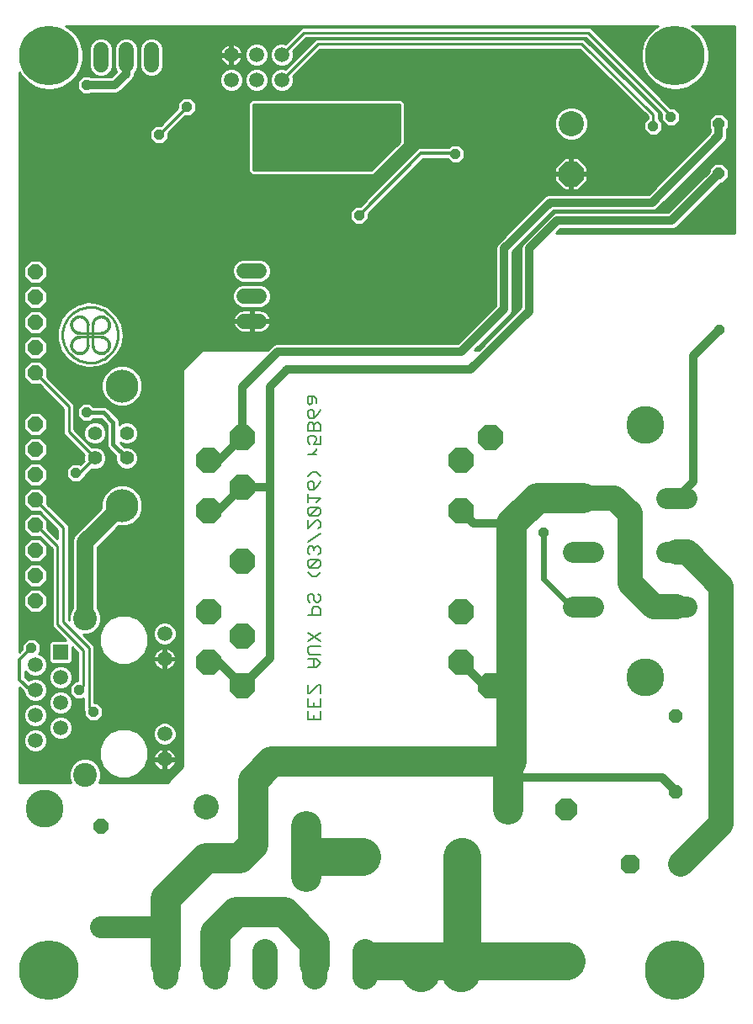
<source format=gbl>
G75*
G70*
%OFA0B0*%
%FSLAX24Y24*%
%IPPOS*%
%LPD*%
%AMOC8*
5,1,8,0,0,1.08239X$1,22.5*
%
%ADD10C,0.0060*%
%ADD11C,0.1000*%
%ADD12OC8,0.1000*%
%ADD13OC8,0.1181*%
%ADD14C,0.0594*%
%ADD15C,0.1000*%
%ADD16OC8,0.0885*%
%ADD17C,0.0100*%
%ADD18C,0.0010*%
%ADD19C,0.0825*%
%ADD20OC8,0.0560*%
%ADD21OC8,0.0760*%
%ADD22C,0.1502*%
%ADD23C,0.0594*%
%ADD24C,0.0560*%
%ADD25C,0.1306*%
%ADD26OC8,0.0594*%
%ADD27R,0.0594X0.0594*%
%ADD28C,0.0945*%
%ADD29OC8,0.0600*%
%ADD30C,0.1200*%
%ADD31R,0.0396X0.0396*%
%ADD32OC8,0.0396*%
%ADD33C,0.2362*%
%ADD34C,0.0320*%
%ADD35C,0.0860*%
%ADD36C,0.1500*%
%ADD37C,0.1500*%
%ADD38C,0.0660*%
%ADD39C,0.0240*%
%ADD40C,0.0120*%
%ADD41C,0.0160*%
%ADD42OC8,0.0436*%
D10*
X017626Y016921D02*
X017626Y017255D01*
X017626Y017437D02*
X017626Y017771D01*
X017626Y017953D02*
X017626Y018286D01*
X017626Y017953D02*
X017710Y017953D01*
X018043Y018286D01*
X018127Y018286D01*
X018127Y017953D01*
X018127Y017771D02*
X018127Y017437D01*
X017626Y017437D01*
X017876Y017437D02*
X017876Y017604D01*
X018127Y017255D02*
X018127Y016921D01*
X017626Y016921D01*
X017876Y016921D02*
X017876Y017088D01*
X017876Y018984D02*
X017876Y019318D01*
X017960Y019318D02*
X017626Y019318D01*
X017710Y019500D02*
X017626Y019583D01*
X017626Y019750D01*
X017710Y019833D01*
X018127Y019833D01*
X018127Y020015D02*
X017626Y020349D01*
X017626Y020015D02*
X018127Y020349D01*
X018127Y021046D02*
X018127Y021297D01*
X018043Y021380D01*
X017876Y021380D01*
X017793Y021297D01*
X017793Y021046D01*
X017626Y021046D02*
X018127Y021046D01*
X018043Y021562D02*
X017960Y021562D01*
X017876Y021646D01*
X017876Y021812D01*
X017793Y021896D01*
X017710Y021896D01*
X017626Y021812D01*
X017626Y021646D01*
X017710Y021562D01*
X018043Y021562D02*
X018127Y021646D01*
X018127Y021812D01*
X018043Y021896D01*
X017960Y022593D02*
X018127Y022760D01*
X018043Y022937D02*
X018127Y023021D01*
X018127Y023187D01*
X018043Y023271D01*
X017710Y022937D01*
X017626Y023021D01*
X017626Y023187D01*
X017710Y023271D01*
X018043Y023271D01*
X018043Y023453D02*
X018127Y023536D01*
X018127Y023703D01*
X018043Y023786D01*
X017960Y023786D01*
X017876Y023703D01*
X017793Y023786D01*
X017710Y023786D01*
X017626Y023703D01*
X017626Y023536D01*
X017710Y023453D01*
X017876Y023620D02*
X017876Y023703D01*
X017626Y023968D02*
X018127Y024302D01*
X018043Y024484D02*
X018127Y024567D01*
X018127Y024734D01*
X018043Y024818D01*
X017960Y024818D01*
X017626Y024484D01*
X017626Y024818D01*
X017710Y025000D02*
X017626Y025083D01*
X017626Y025250D01*
X017710Y025333D01*
X018043Y025333D01*
X017710Y025000D01*
X018043Y025000D01*
X018127Y025083D01*
X018127Y025250D01*
X018043Y025333D01*
X017960Y025515D02*
X018127Y025682D01*
X017626Y025682D01*
X017626Y025515D02*
X017626Y025849D01*
X017710Y026031D02*
X017626Y026114D01*
X017626Y026281D01*
X017710Y026365D01*
X017793Y026365D01*
X017876Y026281D01*
X017876Y026031D01*
X017710Y026031D01*
X017876Y026031D02*
X018043Y026198D01*
X018127Y026365D01*
X018127Y026547D02*
X017960Y026713D01*
X017793Y026713D01*
X017626Y026547D01*
X017626Y027406D02*
X017960Y027406D01*
X017960Y027573D02*
X017960Y027656D01*
X017960Y027573D02*
X017793Y027406D01*
X017876Y027836D02*
X017960Y028003D01*
X017960Y028086D01*
X017876Y028169D01*
X017710Y028169D01*
X017626Y028086D01*
X017626Y027919D01*
X017710Y027836D01*
X017876Y027836D02*
X018127Y027836D01*
X018127Y028169D01*
X018127Y028351D02*
X018127Y028602D01*
X018043Y028685D01*
X017960Y028685D01*
X017876Y028602D01*
X017876Y028351D01*
X017626Y028351D02*
X017626Y028602D01*
X017710Y028685D01*
X017793Y028685D01*
X017876Y028602D01*
X017876Y028867D02*
X017876Y029117D01*
X017793Y029201D01*
X017710Y029201D01*
X017626Y029117D01*
X017626Y028950D01*
X017710Y028867D01*
X017876Y028867D01*
X018043Y029034D01*
X018127Y029201D01*
X017960Y029466D02*
X017960Y029633D01*
X017876Y029716D01*
X017626Y029716D01*
X017626Y029466D01*
X017710Y029383D01*
X017793Y029466D01*
X017793Y029716D01*
X017626Y028351D02*
X018127Y028351D01*
X018043Y022937D02*
X017710Y022937D01*
X017626Y022760D02*
X017793Y022593D01*
X017960Y022593D01*
X018127Y019500D02*
X017710Y019500D01*
X017960Y019318D02*
X018127Y019151D01*
X017960Y018984D01*
X017626Y018984D01*
D11*
X013619Y013451D03*
X013619Y011426D03*
X017556Y010678D03*
X017556Y012703D03*
X019787Y011487D03*
X023724Y011487D03*
X028072Y040528D03*
D12*
X028072Y038528D03*
X024883Y028098D03*
X023712Y027177D03*
X023712Y025177D03*
X023712Y021177D03*
X023712Y019177D03*
X024883Y018256D03*
X015041Y018256D03*
X013712Y019177D03*
X015041Y020224D03*
X013712Y021177D03*
X015041Y023177D03*
X013712Y025177D03*
X015041Y026130D03*
X013712Y027177D03*
X015041Y028098D03*
D13*
X022937Y037302D03*
D14*
X015709Y034702D02*
X015115Y034702D01*
X015115Y033702D02*
X015709Y033702D01*
X015709Y032702D02*
X015115Y032702D01*
X011437Y042855D02*
X011437Y043449D01*
X010437Y043449D02*
X010437Y042855D01*
X009437Y042855D02*
X009437Y043449D01*
D15*
X028537Y025702D02*
X029787Y025702D01*
X030412Y025077D01*
X030412Y022327D01*
X031337Y021402D01*
X032237Y021402D01*
X034012Y022202D02*
X032662Y023552D01*
X032237Y023552D01*
X034012Y022202D02*
X034012Y012802D01*
X032412Y011202D01*
X019890Y007734D02*
X019890Y006734D01*
X017922Y006734D02*
X017922Y007734D01*
X015953Y007734D02*
X015953Y006734D01*
X013985Y006734D02*
X013985Y007734D01*
X012016Y007734D02*
X012016Y006734D01*
D16*
X025567Y007362D03*
X027873Y007362D03*
X027873Y013362D03*
X025567Y013362D03*
D17*
X012687Y015052D02*
X012062Y014427D01*
X009376Y014427D01*
X009449Y014604D01*
X009449Y014859D01*
X009351Y015095D01*
X009170Y015276D01*
X008934Y015374D01*
X008679Y015374D01*
X008443Y015276D01*
X008262Y015095D01*
X008164Y014859D01*
X008164Y014604D01*
X008237Y014427D01*
X006200Y014427D01*
X006200Y018189D01*
X006371Y018018D01*
X006371Y017989D01*
X006442Y017817D01*
X006574Y017686D01*
X006745Y017615D01*
X006931Y017615D01*
X007103Y017686D01*
X007234Y017817D01*
X007305Y017989D01*
X007305Y018175D01*
X007234Y018346D01*
X007103Y018478D01*
X006931Y018549D01*
X006745Y018549D01*
X006574Y018478D01*
X006568Y018472D01*
X006442Y018597D01*
X006442Y018818D01*
X006442Y018817D01*
X006574Y018686D01*
X006745Y018615D01*
X006931Y018615D01*
X007103Y018686D01*
X007234Y018817D01*
X007305Y018989D01*
X007305Y019175D01*
X007234Y019346D01*
X007103Y019478D01*
X006983Y019527D01*
X007055Y019600D01*
X007055Y019905D01*
X006840Y020120D01*
X006535Y020120D01*
X006319Y019905D01*
X006319Y019709D01*
X006200Y019591D01*
X006200Y042555D01*
X006294Y042393D01*
X006545Y042141D01*
X006854Y041963D01*
X007197Y041871D01*
X007553Y041871D01*
X007897Y041963D01*
X008205Y042141D01*
X008456Y042393D01*
X008634Y042701D01*
X008726Y043045D01*
X008726Y043400D01*
X008634Y043744D01*
X008456Y044052D01*
X008205Y044304D01*
X008042Y044397D01*
X031511Y044397D01*
X031349Y044304D01*
X031097Y044052D01*
X030919Y043744D01*
X030827Y043400D01*
X030827Y043045D01*
X030919Y042701D01*
X031097Y042393D01*
X031349Y042141D01*
X031657Y041963D01*
X032000Y041871D01*
X032356Y041871D01*
X032700Y041963D01*
X033008Y042141D01*
X033259Y042393D01*
X033437Y042701D01*
X033529Y043045D01*
X033529Y043400D01*
X033437Y043744D01*
X033259Y044052D01*
X033008Y044304D01*
X032846Y044397D01*
X034534Y044397D01*
X034534Y036177D01*
X027479Y036177D01*
X027649Y036347D01*
X032103Y036347D01*
X032224Y036397D01*
X033991Y038164D01*
X034073Y038164D01*
X034300Y038392D01*
X034300Y038713D01*
X034073Y038940D01*
X033751Y038940D01*
X033524Y038713D01*
X033524Y038631D01*
X031900Y037007D01*
X027446Y037007D01*
X027325Y036957D01*
X027232Y036864D01*
X026225Y035857D01*
X026132Y035764D01*
X026082Y035643D01*
X026082Y033239D01*
X024395Y031552D01*
X024254Y031552D01*
X025599Y032897D01*
X025692Y032990D01*
X025742Y033112D01*
X025742Y035440D01*
X027374Y037072D01*
X031328Y037072D01*
X031449Y037122D01*
X034192Y039865D01*
X034242Y039987D01*
X034242Y040309D01*
X034300Y040367D01*
X034300Y040688D01*
X034073Y040915D01*
X033751Y040915D01*
X033524Y040688D01*
X033524Y040367D01*
X033582Y040309D01*
X033582Y040189D01*
X031125Y037732D01*
X027171Y037732D01*
X027050Y037682D01*
X025225Y035857D01*
X025132Y035764D01*
X025082Y035643D01*
X025082Y033314D01*
X023575Y031807D01*
X016371Y031807D01*
X016250Y031757D01*
X016045Y031552D01*
X013437Y031552D01*
X012687Y030802D01*
X012687Y015052D01*
X012687Y015080D02*
X012318Y015080D01*
X012338Y015108D02*
X012370Y015170D01*
X012392Y015237D01*
X012401Y015293D01*
X012005Y015293D01*
X012005Y015390D01*
X012401Y015390D01*
X012392Y015446D01*
X012370Y015513D01*
X012338Y015576D01*
X012297Y015633D01*
X012247Y015683D01*
X012190Y015724D01*
X012128Y015756D01*
X012061Y015778D01*
X012005Y015786D01*
X012005Y015390D01*
X011908Y015390D01*
X011908Y015786D01*
X011852Y015778D01*
X011785Y015756D01*
X011722Y015724D01*
X011665Y015683D01*
X011615Y015633D01*
X011574Y015576D01*
X011542Y015513D01*
X011520Y015446D01*
X011511Y015390D01*
X011908Y015390D01*
X011908Y015293D01*
X012005Y015293D01*
X012005Y014897D01*
X012061Y014906D01*
X012128Y014928D01*
X012190Y014960D01*
X012247Y015001D01*
X012297Y015051D01*
X012338Y015108D01*
X012373Y015179D02*
X012687Y015179D01*
X012687Y015277D02*
X012398Y015277D01*
X012383Y015474D02*
X012687Y015474D01*
X012687Y015376D02*
X012005Y015376D01*
X011908Y015376D02*
X011313Y015376D01*
X011318Y015387D02*
X011169Y015027D01*
X010893Y014751D01*
X010533Y014602D01*
X010143Y014602D01*
X009783Y014751D01*
X009507Y015027D01*
X009358Y015387D01*
X009358Y015777D01*
X009507Y016137D01*
X009783Y016413D01*
X010143Y016562D01*
X010533Y016562D01*
X010893Y016413D01*
X011169Y016137D01*
X011318Y015777D01*
X011318Y015387D01*
X011318Y015474D02*
X011529Y015474D01*
X011572Y015573D02*
X011318Y015573D01*
X011318Y015671D02*
X011654Y015671D01*
X011827Y015770D02*
X011318Y015770D01*
X011280Y015868D02*
X012687Y015868D01*
X012687Y015770D02*
X012085Y015770D01*
X012005Y015770D02*
X011908Y015770D01*
X011908Y015671D02*
X012005Y015671D01*
X012005Y015573D02*
X011908Y015573D01*
X011908Y015474D02*
X012005Y015474D01*
X012005Y015277D02*
X011908Y015277D01*
X011908Y015293D02*
X011908Y014897D01*
X011852Y014906D01*
X011785Y014928D01*
X011722Y014960D01*
X011665Y015001D01*
X011615Y015051D01*
X011574Y015108D01*
X011542Y015170D01*
X011520Y015237D01*
X011511Y015293D01*
X011908Y015293D01*
X011908Y015179D02*
X012005Y015179D01*
X012005Y015080D02*
X011908Y015080D01*
X011908Y014982D02*
X012005Y014982D01*
X012221Y014982D02*
X012617Y014982D01*
X012518Y014883D02*
X011025Y014883D01*
X010927Y014785D02*
X012420Y014785D01*
X012321Y014686D02*
X010736Y014686D01*
X011124Y014982D02*
X011691Y014982D01*
X011594Y015080D02*
X011191Y015080D01*
X011232Y015179D02*
X011539Y015179D01*
X011514Y015277D02*
X011273Y015277D01*
X011239Y015967D02*
X011671Y015967D01*
X011692Y015946D02*
X011863Y015875D01*
X012049Y015875D01*
X012221Y015946D01*
X012352Y016077D01*
X012423Y016249D01*
X012423Y016435D01*
X012352Y016606D01*
X012221Y016738D01*
X012049Y016809D01*
X011863Y016809D01*
X011692Y016738D01*
X011560Y016606D01*
X011489Y016435D01*
X011489Y016249D01*
X011560Y016077D01*
X011692Y015946D01*
X011572Y016065D02*
X011199Y016065D01*
X011142Y016164D02*
X011525Y016164D01*
X011489Y016262D02*
X011044Y016262D01*
X010945Y016361D02*
X011489Y016361D01*
X011500Y016459D02*
X010781Y016459D01*
X010543Y016558D02*
X011540Y016558D01*
X011610Y016656D02*
X008305Y016656D01*
X008305Y016675D02*
X008234Y016846D01*
X008103Y016978D01*
X007931Y017049D01*
X007745Y017049D01*
X007574Y016978D01*
X007442Y016846D01*
X007371Y016675D01*
X007371Y016489D01*
X007442Y016317D01*
X007574Y016186D01*
X007745Y016115D01*
X007931Y016115D01*
X008103Y016186D01*
X008234Y016317D01*
X008305Y016489D01*
X008305Y016675D01*
X008272Y016755D02*
X011733Y016755D01*
X012179Y016755D02*
X012687Y016755D01*
X012687Y016853D02*
X008227Y016853D01*
X008128Y016952D02*
X008892Y016952D01*
X008985Y016859D02*
X009290Y016859D01*
X009505Y017075D01*
X009505Y017380D01*
X009290Y017595D01*
X009182Y017595D01*
X009182Y019843D01*
X008736Y020290D01*
X008934Y020290D01*
X009170Y020388D01*
X009351Y020568D01*
X009449Y020804D01*
X009449Y021060D01*
X009351Y021296D01*
X009307Y021341D01*
X009307Y023733D01*
X010148Y024575D01*
X010428Y024575D01*
X010730Y024700D01*
X010962Y024932D01*
X011087Y025234D01*
X011087Y025561D01*
X010962Y025864D01*
X010730Y026095D01*
X010428Y026221D01*
X010100Y026221D01*
X009798Y026095D01*
X009567Y025864D01*
X009441Y025561D01*
X009441Y025282D01*
X008383Y024224D01*
X008307Y024040D01*
X008307Y021341D01*
X008262Y021296D01*
X008164Y021060D01*
X008164Y020861D01*
X008157Y020868D01*
X008157Y024618D01*
X008028Y024747D01*
X007304Y025471D01*
X007304Y025821D01*
X007030Y026094D01*
X006644Y026094D01*
X006370Y025821D01*
X006370Y025434D01*
X006644Y025160D01*
X006993Y025160D01*
X007717Y024436D01*
X007717Y024083D01*
X007304Y024496D01*
X007304Y024821D01*
X007030Y025094D01*
X006644Y025094D01*
X006370Y024821D01*
X006370Y024434D01*
X006644Y024160D01*
X007018Y024160D01*
X007492Y023686D01*
X007492Y020586D01*
X008029Y020049D01*
X007471Y020049D01*
X007371Y019949D01*
X007371Y019215D01*
X007471Y019115D01*
X008205Y019115D01*
X008305Y019215D01*
X008305Y019773D01*
X008517Y019561D01*
X008517Y018470D01*
X008410Y018470D01*
X008194Y018255D01*
X008194Y017950D01*
X008410Y017734D01*
X008715Y017734D01*
X008742Y017762D01*
X008742Y017459D01*
X008736Y017451D01*
X008742Y017369D01*
X008742Y017286D01*
X008749Y017279D01*
X008750Y017269D01*
X008769Y017253D01*
X008769Y017075D01*
X008985Y016859D01*
X008793Y017050D02*
X007305Y017050D01*
X007305Y016989D02*
X007234Y016817D01*
X007103Y016686D01*
X006931Y016615D01*
X006745Y016615D01*
X006574Y016686D01*
X006442Y016817D01*
X006371Y016989D01*
X006371Y017175D01*
X006442Y017346D01*
X006200Y017346D01*
X006200Y017444D02*
X006540Y017444D01*
X006574Y017478D02*
X006442Y017346D01*
X006401Y017247D02*
X006200Y017247D01*
X006200Y017149D02*
X006371Y017149D01*
X006371Y017050D02*
X006200Y017050D01*
X006200Y016952D02*
X006387Y016952D01*
X006427Y016853D02*
X006200Y016853D01*
X006200Y016755D02*
X006505Y016755D01*
X006646Y016656D02*
X006200Y016656D01*
X006200Y016558D02*
X007371Y016558D01*
X007371Y016656D02*
X007030Y016656D01*
X006931Y016549D02*
X006745Y016549D01*
X006574Y016478D01*
X006442Y016346D01*
X006371Y016175D01*
X006371Y015989D01*
X006442Y015817D01*
X006574Y015686D01*
X006745Y015615D01*
X006931Y015615D01*
X007103Y015686D01*
X007234Y015817D01*
X007305Y015989D01*
X007305Y016175D01*
X007234Y016346D01*
X007103Y016478D01*
X006931Y016549D01*
X007121Y016459D02*
X007384Y016459D01*
X007424Y016361D02*
X007219Y016361D01*
X007269Y016262D02*
X007498Y016262D01*
X007628Y016164D02*
X007305Y016164D01*
X007305Y016065D02*
X009478Y016065D01*
X009437Y015967D02*
X007296Y015967D01*
X007255Y015868D02*
X009396Y015868D01*
X009358Y015770D02*
X007186Y015770D01*
X007066Y015671D02*
X009358Y015671D01*
X009358Y015573D02*
X006200Y015573D01*
X006200Y015671D02*
X006610Y015671D01*
X006490Y015770D02*
X006200Y015770D01*
X006200Y015868D02*
X006421Y015868D01*
X006380Y015967D02*
X006200Y015967D01*
X006200Y016065D02*
X006371Y016065D01*
X006371Y016164D02*
X006200Y016164D01*
X006200Y016262D02*
X006407Y016262D01*
X006457Y016361D02*
X006200Y016361D01*
X006200Y016459D02*
X006555Y016459D01*
X007171Y016755D02*
X007404Y016755D01*
X007449Y016853D02*
X007249Y016853D01*
X007289Y016952D02*
X007548Y016952D01*
X007664Y017149D02*
X007305Y017149D01*
X007305Y017175D02*
X007234Y017346D01*
X007431Y017346D01*
X007442Y017317D02*
X007574Y017186D01*
X007745Y017115D01*
X007931Y017115D01*
X008103Y017186D01*
X008234Y017317D01*
X008305Y017489D01*
X008305Y017675D01*
X008234Y017846D01*
X008103Y017978D01*
X007931Y018049D01*
X007745Y018049D01*
X007574Y017978D01*
X007442Y017846D01*
X007371Y017675D01*
X007371Y017489D01*
X007442Y017317D01*
X007513Y017247D02*
X007275Y017247D01*
X007305Y017175D02*
X007305Y016989D01*
X007234Y017346D02*
X007103Y017478D01*
X006931Y017549D01*
X006745Y017549D01*
X006574Y017478D01*
X006731Y017543D02*
X006200Y017543D01*
X006200Y017641D02*
X006682Y017641D01*
X006520Y017740D02*
X006200Y017740D01*
X006200Y017838D02*
X006434Y017838D01*
X006393Y017937D02*
X006200Y017937D01*
X006200Y018035D02*
X006354Y018035D01*
X006255Y018134D02*
X006200Y018134D01*
X006512Y018528D02*
X006694Y018528D01*
X006718Y018626D02*
X006442Y018626D01*
X006442Y018725D02*
X006535Y018725D01*
X006958Y018626D02*
X007371Y018626D01*
X007371Y018675D02*
X007371Y018489D01*
X007442Y018317D01*
X007574Y018186D01*
X007745Y018115D01*
X007931Y018115D01*
X008103Y018186D01*
X008234Y018317D01*
X008305Y018489D01*
X008305Y018675D01*
X008234Y018846D01*
X008103Y018978D01*
X007931Y019049D01*
X007745Y019049D01*
X007574Y018978D01*
X007442Y018846D01*
X007371Y018675D01*
X007392Y018725D02*
X007141Y018725D01*
X007236Y018823D02*
X007433Y018823D01*
X007518Y018922D02*
X007277Y018922D01*
X007305Y019020D02*
X007676Y019020D01*
X007467Y019119D02*
X007305Y019119D01*
X007287Y019217D02*
X007371Y019217D01*
X007371Y019316D02*
X007247Y019316D01*
X007166Y019414D02*
X007371Y019414D01*
X007371Y019513D02*
X007018Y019513D01*
X007055Y019611D02*
X007371Y019611D01*
X007371Y019710D02*
X007055Y019710D01*
X007055Y019808D02*
X007371Y019808D01*
X007371Y019907D02*
X007053Y019907D01*
X006955Y020005D02*
X007427Y020005D01*
X007777Y020301D02*
X006200Y020301D01*
X006200Y020399D02*
X007679Y020399D01*
X007580Y020498D02*
X006200Y020498D01*
X006200Y020596D02*
X007492Y020596D01*
X007492Y020695D02*
X006200Y020695D01*
X006200Y020793D02*
X007492Y020793D01*
X007492Y020892D02*
X006200Y020892D01*
X006200Y020990D02*
X007492Y020990D01*
X007492Y021089D02*
X006200Y021089D01*
X006200Y021187D02*
X006617Y021187D01*
X006644Y021160D02*
X007030Y021160D01*
X007304Y021434D01*
X007304Y021821D01*
X007030Y022094D01*
X006644Y022094D01*
X006370Y021821D01*
X006370Y021434D01*
X006644Y021160D01*
X006518Y021286D02*
X006200Y021286D01*
X006200Y021384D02*
X006420Y021384D01*
X006370Y021483D02*
X006200Y021483D01*
X006200Y021581D02*
X006370Y021581D01*
X006370Y021680D02*
X006200Y021680D01*
X006200Y021778D02*
X006370Y021778D01*
X006426Y021877D02*
X006200Y021877D01*
X006200Y021975D02*
X006525Y021975D01*
X006623Y022074D02*
X006200Y022074D01*
X006200Y022172D02*
X006632Y022172D01*
X006644Y022160D02*
X007030Y022160D01*
X007304Y022434D01*
X007304Y022821D01*
X007030Y023094D01*
X006644Y023094D01*
X006370Y022821D01*
X006370Y022434D01*
X006644Y022160D01*
X006533Y022271D02*
X006200Y022271D01*
X006200Y022369D02*
X006435Y022369D01*
X006370Y022468D02*
X006200Y022468D01*
X006200Y022566D02*
X006370Y022566D01*
X006370Y022665D02*
X006200Y022665D01*
X006200Y022763D02*
X006370Y022763D01*
X006411Y022862D02*
X006200Y022862D01*
X006200Y022960D02*
X006510Y022960D01*
X006608Y023059D02*
X006200Y023059D01*
X006200Y023157D02*
X007492Y023157D01*
X007492Y023059D02*
X007066Y023059D01*
X007030Y023160D02*
X007304Y023434D01*
X007304Y023821D01*
X007030Y024094D01*
X006644Y024094D01*
X006370Y023821D01*
X006370Y023434D01*
X006644Y023160D01*
X007030Y023160D01*
X007126Y023256D02*
X007492Y023256D01*
X007492Y023354D02*
X007224Y023354D01*
X007304Y023453D02*
X007492Y023453D01*
X007492Y023551D02*
X007304Y023551D01*
X007304Y023650D02*
X007492Y023650D01*
X007430Y023748D02*
X007304Y023748D01*
X007278Y023847D02*
X007331Y023847D01*
X007233Y023945D02*
X007179Y023945D01*
X007134Y024044D02*
X007081Y024044D01*
X007036Y024142D02*
X006200Y024142D01*
X006200Y024044D02*
X006593Y024044D01*
X006495Y023945D02*
X006200Y023945D01*
X006200Y023847D02*
X006396Y023847D01*
X006370Y023748D02*
X006200Y023748D01*
X006200Y023650D02*
X006370Y023650D01*
X006370Y023551D02*
X006200Y023551D01*
X006200Y023453D02*
X006370Y023453D01*
X006450Y023354D02*
X006200Y023354D01*
X006200Y023256D02*
X006548Y023256D01*
X007164Y022960D02*
X007492Y022960D01*
X007492Y022862D02*
X007263Y022862D01*
X007304Y022763D02*
X007492Y022763D01*
X007492Y022665D02*
X007304Y022665D01*
X007304Y022566D02*
X007492Y022566D01*
X007492Y022468D02*
X007304Y022468D01*
X007239Y022369D02*
X007492Y022369D01*
X007492Y022271D02*
X007141Y022271D01*
X007042Y022172D02*
X007492Y022172D01*
X007492Y022074D02*
X007051Y022074D01*
X007149Y021975D02*
X007492Y021975D01*
X007492Y021877D02*
X007248Y021877D01*
X007304Y021778D02*
X007492Y021778D01*
X007492Y021680D02*
X007304Y021680D01*
X007304Y021581D02*
X007492Y021581D01*
X007492Y021483D02*
X007304Y021483D01*
X007254Y021384D02*
X007492Y021384D01*
X007492Y021286D02*
X007156Y021286D01*
X007057Y021187D02*
X007492Y021187D01*
X007712Y020677D02*
X008737Y019652D01*
X008737Y018277D01*
X008562Y018102D01*
X008305Y017838D02*
X008237Y017838D01*
X008207Y017937D02*
X008143Y017937D01*
X008194Y018035D02*
X007964Y018035D01*
X007976Y018134D02*
X008194Y018134D01*
X008194Y018232D02*
X008149Y018232D01*
X008239Y018331D02*
X008270Y018331D01*
X008280Y018429D02*
X008369Y018429D01*
X008305Y018528D02*
X008517Y018528D01*
X008517Y018626D02*
X008305Y018626D01*
X008284Y018725D02*
X008517Y018725D01*
X008517Y018823D02*
X008243Y018823D01*
X008158Y018922D02*
X008517Y018922D01*
X008517Y019020D02*
X008000Y019020D01*
X008209Y019119D02*
X008517Y019119D01*
X008517Y019217D02*
X008305Y019217D01*
X008305Y019316D02*
X008517Y019316D01*
X008517Y019414D02*
X008305Y019414D01*
X008305Y019513D02*
X008517Y019513D01*
X008467Y019611D02*
X008305Y019611D01*
X008305Y019710D02*
X008368Y019710D01*
X007974Y020104D02*
X006856Y020104D01*
X006518Y020104D02*
X006200Y020104D01*
X006200Y020202D02*
X007876Y020202D01*
X007712Y020677D02*
X007712Y023777D01*
X006862Y024627D01*
X006837Y024627D01*
X006370Y024635D02*
X006200Y024635D01*
X006200Y024733D02*
X006370Y024733D01*
X006381Y024832D02*
X006200Y024832D01*
X006200Y024930D02*
X006480Y024930D01*
X006578Y025029D02*
X006200Y025029D01*
X006200Y025127D02*
X007026Y025127D01*
X007096Y025029D02*
X007124Y025029D01*
X007194Y024930D02*
X007223Y024930D01*
X007293Y024832D02*
X007321Y024832D01*
X007304Y024733D02*
X007420Y024733D01*
X007518Y024635D02*
X007304Y024635D01*
X007304Y024536D02*
X007617Y024536D01*
X007715Y024438D02*
X007363Y024438D01*
X007461Y024339D02*
X007717Y024339D01*
X007717Y024241D02*
X007560Y024241D01*
X007658Y024142D02*
X007717Y024142D01*
X007937Y024527D02*
X007937Y020777D01*
X008962Y019752D01*
X008962Y017377D01*
X009137Y017227D01*
X008769Y017247D02*
X008164Y017247D01*
X008246Y017346D02*
X008742Y017346D01*
X008736Y017444D02*
X008286Y017444D01*
X008305Y017543D02*
X008742Y017543D01*
X008742Y017641D02*
X008305Y017641D01*
X008278Y017740D02*
X008404Y017740D01*
X008720Y017740D02*
X008742Y017740D01*
X009182Y017740D02*
X012687Y017740D01*
X012687Y017838D02*
X009182Y017838D01*
X009182Y017937D02*
X012687Y017937D01*
X012687Y018035D02*
X009182Y018035D01*
X009182Y018134D02*
X012687Y018134D01*
X012687Y018232D02*
X009182Y018232D01*
X009182Y018331D02*
X012687Y018331D01*
X012687Y018429D02*
X009182Y018429D01*
X009182Y018528D02*
X012687Y018528D01*
X012687Y018626D02*
X009182Y018626D01*
X009182Y018725D02*
X012687Y018725D01*
X012687Y018823D02*
X009182Y018823D01*
X009182Y018922D02*
X011758Y018922D01*
X011785Y018908D02*
X011852Y018886D01*
X011908Y018877D01*
X011908Y019274D01*
X011511Y019274D01*
X011520Y019217D01*
X010811Y019217D01*
X010893Y019251D02*
X011169Y019527D01*
X011318Y019887D01*
X011318Y020277D01*
X011169Y020637D01*
X010893Y020913D01*
X010533Y021062D01*
X010143Y021062D01*
X009783Y020913D01*
X009507Y020637D01*
X009358Y020277D01*
X009358Y019887D01*
X009507Y019527D01*
X009783Y019251D01*
X010143Y019102D01*
X010533Y019102D01*
X010893Y019251D01*
X010958Y019316D02*
X011908Y019316D01*
X011908Y019274D02*
X011908Y019370D01*
X011511Y019370D01*
X011520Y019427D01*
X011542Y019494D01*
X011574Y019556D01*
X011615Y019613D01*
X011665Y019663D01*
X011722Y019704D01*
X011785Y019736D01*
X011852Y019758D01*
X011908Y019767D01*
X011908Y019370D01*
X012005Y019370D01*
X012401Y019370D01*
X012392Y019427D01*
X012370Y019494D01*
X012338Y019556D01*
X012297Y019613D01*
X012247Y019663D01*
X012190Y019704D01*
X012128Y019736D01*
X012061Y019758D01*
X012005Y019767D01*
X012005Y019370D01*
X012005Y019274D01*
X012401Y019274D01*
X012392Y019217D01*
X012687Y019217D01*
X012687Y019119D02*
X012354Y019119D01*
X012338Y019088D02*
X012370Y019151D01*
X012392Y019217D01*
X012338Y019088D02*
X012297Y019031D01*
X012247Y018981D01*
X012190Y018940D01*
X012128Y018908D01*
X012061Y018886D01*
X012005Y018877D01*
X012005Y019274D01*
X011908Y019274D01*
X011908Y019217D02*
X012005Y019217D01*
X012005Y019119D02*
X011908Y019119D01*
X011908Y019020D02*
X012005Y019020D01*
X012005Y018922D02*
X011908Y018922D01*
X011785Y018908D02*
X011722Y018940D01*
X011665Y018981D01*
X011615Y019031D01*
X011574Y019088D01*
X011542Y019151D01*
X011520Y019217D01*
X011558Y019119D02*
X010573Y019119D01*
X010103Y019119D02*
X009182Y019119D01*
X009182Y019217D02*
X009865Y019217D01*
X009718Y019316D02*
X009182Y019316D01*
X009182Y019414D02*
X009620Y019414D01*
X009521Y019513D02*
X009182Y019513D01*
X009182Y019611D02*
X009472Y019611D01*
X009432Y019710D02*
X009182Y019710D01*
X009182Y019808D02*
X009391Y019808D01*
X009358Y019907D02*
X009119Y019907D01*
X009020Y020005D02*
X009358Y020005D01*
X009358Y020104D02*
X008922Y020104D01*
X008823Y020202D02*
X009358Y020202D01*
X009368Y020301D02*
X008961Y020301D01*
X009182Y020399D02*
X009409Y020399D01*
X009450Y020498D02*
X009281Y020498D01*
X009363Y020596D02*
X009490Y020596D01*
X009565Y020695D02*
X009404Y020695D01*
X009444Y020793D02*
X009664Y020793D01*
X009762Y020892D02*
X009449Y020892D01*
X009449Y020990D02*
X009970Y020990D01*
X009437Y021089D02*
X012687Y021089D01*
X012687Y021187D02*
X009396Y021187D01*
X009356Y021286D02*
X012687Y021286D01*
X012687Y021384D02*
X009307Y021384D01*
X009307Y021483D02*
X012687Y021483D01*
X012687Y021581D02*
X009307Y021581D01*
X009307Y021680D02*
X012687Y021680D01*
X012687Y021778D02*
X009307Y021778D01*
X009307Y021877D02*
X012687Y021877D01*
X012687Y021975D02*
X009307Y021975D01*
X009307Y022074D02*
X012687Y022074D01*
X012687Y022172D02*
X009307Y022172D01*
X009307Y022271D02*
X012687Y022271D01*
X012687Y022369D02*
X009307Y022369D01*
X009307Y022468D02*
X012687Y022468D01*
X012687Y022566D02*
X009307Y022566D01*
X009307Y022665D02*
X012687Y022665D01*
X012687Y022763D02*
X009307Y022763D01*
X009307Y022862D02*
X012687Y022862D01*
X012687Y022960D02*
X009307Y022960D01*
X009307Y023059D02*
X012687Y023059D01*
X012687Y023157D02*
X009307Y023157D01*
X009307Y023256D02*
X012687Y023256D01*
X012687Y023354D02*
X009307Y023354D01*
X009307Y023453D02*
X012687Y023453D01*
X012687Y023551D02*
X009307Y023551D01*
X009307Y023650D02*
X012687Y023650D01*
X012687Y023748D02*
X009322Y023748D01*
X009420Y023847D02*
X012687Y023847D01*
X012687Y023945D02*
X009519Y023945D01*
X009617Y024044D02*
X012687Y024044D01*
X012687Y024142D02*
X009716Y024142D01*
X009814Y024241D02*
X012687Y024241D01*
X012687Y024339D02*
X009913Y024339D01*
X010011Y024438D02*
X012687Y024438D01*
X012687Y024536D02*
X010110Y024536D01*
X010572Y024635D02*
X012687Y024635D01*
X012687Y024733D02*
X010763Y024733D01*
X010861Y024832D02*
X012687Y024832D01*
X012687Y024930D02*
X010960Y024930D01*
X011002Y025029D02*
X012687Y025029D01*
X012687Y025127D02*
X011042Y025127D01*
X011083Y025226D02*
X012687Y025226D01*
X012687Y025324D02*
X011087Y025324D01*
X011087Y025423D02*
X012687Y025423D01*
X012687Y025521D02*
X011087Y025521D01*
X011063Y025620D02*
X012687Y025620D01*
X012687Y025718D02*
X011022Y025718D01*
X010981Y025817D02*
X012687Y025817D01*
X012687Y025915D02*
X010910Y025915D01*
X010812Y026014D02*
X012687Y026014D01*
X012687Y026112D02*
X010689Y026112D01*
X010452Y026211D02*
X012687Y026211D01*
X012687Y026309D02*
X008590Y026309D01*
X008805Y026525D01*
X008805Y026555D01*
X009087Y026836D01*
X009112Y026826D01*
X009291Y026826D01*
X009456Y026894D01*
X009583Y027021D01*
X009651Y027186D01*
X009651Y027365D01*
X009583Y027531D01*
X009456Y027657D01*
X009291Y027726D01*
X009112Y027726D01*
X009077Y027711D01*
X008382Y028406D01*
X008382Y029418D01*
X007304Y030496D01*
X007304Y030846D01*
X007030Y031119D01*
X006644Y031119D01*
X006370Y030846D01*
X006370Y030459D01*
X006644Y030185D01*
X006993Y030185D01*
X007942Y029236D01*
X007942Y028224D01*
X008071Y028095D01*
X008766Y027400D01*
X008751Y027365D01*
X008751Y027186D01*
X008761Y027161D01*
X008617Y027017D01*
X008590Y027045D01*
X008285Y027045D01*
X008069Y026830D01*
X008069Y026525D01*
X008285Y026309D01*
X008590Y026309D01*
X008688Y026408D02*
X012687Y026408D01*
X012687Y026506D02*
X008787Y026506D01*
X008855Y026605D02*
X012687Y026605D01*
X012687Y026703D02*
X008954Y026703D01*
X009052Y026802D02*
X012687Y026802D01*
X012687Y026900D02*
X010722Y026900D01*
X010716Y026894D02*
X010842Y027021D01*
X010911Y027186D01*
X010911Y027365D01*
X010842Y027531D01*
X010716Y027657D01*
X010550Y027726D01*
X010371Y027726D01*
X010366Y027724D01*
X010216Y027875D01*
X010371Y027810D01*
X010550Y027810D01*
X010716Y027879D01*
X010842Y028005D01*
X010911Y028171D01*
X010911Y028350D01*
X010842Y028515D01*
X010716Y028642D01*
X010550Y028710D01*
X010371Y028710D01*
X010206Y028642D01*
X010162Y028598D01*
X010162Y028752D01*
X010124Y028844D01*
X009679Y029289D01*
X009587Y029327D01*
X009133Y029327D01*
X009015Y029445D01*
X008710Y029445D01*
X008494Y029230D01*
X008494Y028925D01*
X008710Y028709D01*
X009015Y028709D01*
X009133Y028827D01*
X009434Y028827D01*
X009662Y028599D01*
X009662Y027775D01*
X009700Y027683D01*
X010013Y027370D01*
X010011Y027365D01*
X010011Y027186D01*
X010079Y027021D01*
X010206Y026894D01*
X010371Y026826D01*
X010550Y026826D01*
X010716Y026894D01*
X010820Y026999D02*
X012687Y026999D01*
X012687Y027097D02*
X010874Y027097D01*
X010911Y027196D02*
X012687Y027196D01*
X012687Y027294D02*
X010911Y027294D01*
X010900Y027393D02*
X012687Y027393D01*
X012687Y027491D02*
X010859Y027491D01*
X010783Y027590D02*
X012687Y027590D01*
X012687Y027688D02*
X010641Y027688D01*
X010722Y027885D02*
X012687Y027885D01*
X012687Y027787D02*
X010304Y027787D01*
X009990Y027393D02*
X009640Y027393D01*
X009651Y027294D02*
X010011Y027294D01*
X010011Y027196D02*
X009651Y027196D01*
X009614Y027097D02*
X010048Y027097D01*
X010102Y026999D02*
X009560Y026999D01*
X009462Y026900D02*
X010200Y026900D01*
X009892Y027491D02*
X009599Y027491D01*
X009524Y027590D02*
X009793Y027590D01*
X009698Y027688D02*
X009381Y027688D01*
X009291Y027810D02*
X009456Y027879D01*
X009583Y028005D01*
X009651Y028171D01*
X009651Y028350D01*
X009583Y028515D01*
X009456Y028642D01*
X009291Y028710D01*
X009112Y028710D01*
X008946Y028642D01*
X008820Y028515D01*
X008751Y028350D01*
X008751Y028171D01*
X008820Y028005D01*
X008946Y027879D01*
X009112Y027810D01*
X009291Y027810D01*
X009463Y027885D02*
X009662Y027885D01*
X009662Y027787D02*
X009001Y027787D01*
X008939Y027885D02*
X008903Y027885D01*
X008841Y027984D02*
X008804Y027984D01*
X008788Y028082D02*
X008706Y028082D01*
X008751Y028181D02*
X008607Y028181D01*
X008509Y028279D02*
X008751Y028279D01*
X008763Y028378D02*
X008410Y028378D01*
X008382Y028476D02*
X008804Y028476D01*
X008879Y028575D02*
X008382Y028575D01*
X008382Y028673D02*
X009023Y028673D01*
X009077Y028772D02*
X009489Y028772D01*
X009587Y028673D02*
X009379Y028673D01*
X009523Y028575D02*
X009662Y028575D01*
X009662Y028476D02*
X009599Y028476D01*
X009639Y028378D02*
X009662Y028378D01*
X009651Y028279D02*
X009662Y028279D01*
X009651Y028181D02*
X009662Y028181D01*
X009662Y028082D02*
X009614Y028082D01*
X009662Y027984D02*
X009561Y027984D01*
X009201Y027276D02*
X008162Y028315D01*
X008162Y029327D01*
X006837Y030652D01*
X006370Y030643D02*
X006200Y030643D01*
X006200Y030545D02*
X006370Y030545D01*
X006383Y030446D02*
X006200Y030446D01*
X006200Y030348D02*
X006481Y030348D01*
X006580Y030249D02*
X006200Y030249D01*
X006200Y030151D02*
X007027Y030151D01*
X007126Y030052D02*
X006200Y030052D01*
X006200Y029954D02*
X007224Y029954D01*
X007323Y029855D02*
X006200Y029855D01*
X006200Y029757D02*
X007421Y029757D01*
X007520Y029658D02*
X006200Y029658D01*
X006200Y029560D02*
X007618Y029560D01*
X007717Y029461D02*
X006200Y029461D01*
X006200Y029363D02*
X007815Y029363D01*
X007914Y029264D02*
X006200Y029264D01*
X006200Y029166D02*
X007942Y029166D01*
X007942Y029067D02*
X007057Y029067D01*
X007030Y029094D02*
X006644Y029094D01*
X006370Y028821D01*
X006370Y028434D01*
X006644Y028160D01*
X007030Y028160D01*
X007304Y028434D01*
X007304Y028821D01*
X007030Y029094D01*
X007156Y028969D02*
X007942Y028969D01*
X007942Y028870D02*
X007254Y028870D01*
X007304Y028772D02*
X007942Y028772D01*
X007942Y028673D02*
X007304Y028673D01*
X007304Y028575D02*
X007942Y028575D01*
X007942Y028476D02*
X007304Y028476D01*
X007248Y028378D02*
X007942Y028378D01*
X007942Y028279D02*
X007149Y028279D01*
X007051Y028181D02*
X007985Y028181D01*
X008083Y028082D02*
X007042Y028082D01*
X007030Y028094D02*
X006644Y028094D01*
X006370Y027821D01*
X006370Y027434D01*
X006644Y027160D01*
X007030Y027160D01*
X007304Y027434D01*
X007304Y027821D01*
X007030Y028094D01*
X007141Y027984D02*
X008182Y027984D01*
X008280Y027885D02*
X007239Y027885D01*
X007304Y027787D02*
X008379Y027787D01*
X008477Y027688D02*
X007304Y027688D01*
X007304Y027590D02*
X008576Y027590D01*
X008674Y027491D02*
X007304Y027491D01*
X007263Y027393D02*
X008762Y027393D01*
X008751Y027294D02*
X007164Y027294D01*
X007066Y027196D02*
X008751Y027196D01*
X008697Y027097D02*
X006200Y027097D01*
X006200Y026999D02*
X006548Y026999D01*
X006644Y027094D02*
X006370Y026821D01*
X006370Y026434D01*
X006644Y026160D01*
X007030Y026160D01*
X007304Y026434D01*
X007304Y026821D01*
X007030Y027094D01*
X006644Y027094D01*
X006608Y027196D02*
X006200Y027196D01*
X006200Y027294D02*
X006510Y027294D01*
X006411Y027393D02*
X006200Y027393D01*
X006200Y027491D02*
X006370Y027491D01*
X006370Y027590D02*
X006200Y027590D01*
X006200Y027688D02*
X006370Y027688D01*
X006370Y027787D02*
X006200Y027787D01*
X006200Y027885D02*
X006435Y027885D01*
X006533Y027984D02*
X006200Y027984D01*
X006200Y028082D02*
X006632Y028082D01*
X006623Y028181D02*
X006200Y028181D01*
X006200Y028279D02*
X006525Y028279D01*
X006426Y028378D02*
X006200Y028378D01*
X006200Y028476D02*
X006370Y028476D01*
X006370Y028575D02*
X006200Y028575D01*
X006200Y028673D02*
X006370Y028673D01*
X006370Y028772D02*
X006200Y028772D01*
X006200Y028870D02*
X006420Y028870D01*
X006518Y028969D02*
X006200Y028969D01*
X006200Y029067D02*
X006617Y029067D01*
X007650Y030151D02*
X009441Y030151D01*
X009441Y030249D02*
X007551Y030249D01*
X007453Y030348D02*
X009460Y030348D01*
X009441Y030302D02*
X009441Y029974D01*
X009567Y029672D01*
X009798Y029440D01*
X010100Y029315D01*
X010428Y029315D01*
X010730Y029440D01*
X010962Y029672D01*
X011087Y029974D01*
X011087Y030302D01*
X010962Y030604D01*
X010730Y030835D01*
X010428Y030961D01*
X010100Y030961D01*
X009798Y030835D01*
X009567Y030604D01*
X009441Y030302D01*
X009501Y030446D02*
X007354Y030446D01*
X007304Y030545D02*
X009542Y030545D01*
X009606Y030643D02*
X007304Y030643D01*
X007304Y030742D02*
X009704Y030742D01*
X009809Y030840D02*
X007304Y030840D01*
X007211Y030939D02*
X008515Y030939D01*
X008481Y030947D02*
X008902Y030841D01*
X009335Y030877D01*
X009733Y031051D01*
X010053Y031346D01*
X010259Y031728D01*
X010331Y032156D01*
X010259Y032585D01*
X010053Y032967D01*
X009733Y033261D01*
X009335Y033436D01*
X009335Y033436D01*
X008902Y033472D01*
X008481Y033365D01*
X008481Y033365D01*
X008117Y033127D01*
X007850Y032785D01*
X007850Y032785D01*
X007709Y032374D01*
X007709Y031939D01*
X007850Y031528D01*
X008117Y031185D01*
X008481Y030947D01*
X008481Y030947D01*
X008343Y031037D02*
X007112Y031037D01*
X007030Y031185D02*
X007304Y031459D01*
X007304Y031846D01*
X007030Y032119D01*
X006644Y032119D01*
X006370Y031846D01*
X006370Y031459D01*
X006644Y031185D01*
X007030Y031185D01*
X007079Y031234D02*
X008079Y031234D01*
X008117Y031185D02*
X008117Y031185D01*
X008117Y031185D01*
X008193Y031136D02*
X006200Y031136D01*
X006200Y031234D02*
X006595Y031234D01*
X006496Y031333D02*
X006200Y031333D01*
X006200Y031431D02*
X006398Y031431D01*
X006370Y031530D02*
X006200Y031530D01*
X006200Y031628D02*
X006370Y031628D01*
X006370Y031727D02*
X006200Y031727D01*
X006200Y031825D02*
X006370Y031825D01*
X006448Y031924D02*
X006200Y031924D01*
X006200Y032022D02*
X006547Y032022D01*
X006644Y032185D02*
X007030Y032185D01*
X007304Y032459D01*
X007304Y032846D01*
X007030Y033119D01*
X006644Y033119D01*
X006370Y032846D01*
X006370Y032459D01*
X006644Y032185D01*
X006610Y032219D02*
X006200Y032219D01*
X006200Y032121D02*
X007709Y032121D01*
X007709Y032219D02*
X007064Y032219D01*
X007163Y032318D02*
X007709Y032318D01*
X007724Y032416D02*
X007261Y032416D01*
X007304Y032515D02*
X007757Y032515D01*
X007791Y032613D02*
X007304Y032613D01*
X007304Y032712D02*
X007825Y032712D01*
X007870Y032810D02*
X007304Y032810D01*
X007241Y032909D02*
X007947Y032909D01*
X008023Y033007D02*
X007142Y033007D01*
X007044Y033106D02*
X008100Y033106D01*
X008117Y033127D02*
X008117Y033127D01*
X008117Y033127D01*
X008234Y033204D02*
X007049Y033204D01*
X007030Y033185D02*
X007304Y033459D01*
X007304Y033846D01*
X007030Y034119D01*
X006644Y034119D01*
X006370Y033846D01*
X006370Y033459D01*
X006644Y033185D01*
X007030Y033185D01*
X007148Y033303D02*
X008385Y033303D01*
X008623Y033401D02*
X007246Y033401D01*
X007304Y033500D02*
X014694Y033500D01*
X014719Y033438D02*
X014648Y033609D01*
X014648Y033795D01*
X014719Y033967D01*
X014851Y034098D01*
X015022Y034169D01*
X015802Y034169D01*
X015973Y034098D01*
X016105Y033967D01*
X016176Y033795D01*
X016176Y033609D01*
X016105Y033438D01*
X015973Y033306D01*
X015802Y033235D01*
X015022Y033235D01*
X014851Y033306D01*
X014719Y033438D01*
X014756Y033401D02*
X009414Y033401D01*
X009639Y033303D02*
X014860Y033303D01*
X014944Y033116D02*
X014881Y033084D01*
X014824Y033043D01*
X014774Y032993D01*
X014733Y032936D01*
X014701Y032874D01*
X014679Y032807D01*
X014670Y032751D01*
X015364Y032751D01*
X015364Y033149D01*
X015080Y033149D01*
X015011Y033138D01*
X014944Y033116D01*
X014923Y033106D02*
X009902Y033106D01*
X009795Y033204D02*
X024972Y033204D01*
X024874Y033106D02*
X015901Y033106D01*
X015880Y033116D02*
X015814Y033138D01*
X015744Y033149D01*
X015460Y033149D01*
X015460Y032751D01*
X015364Y032751D01*
X015364Y032654D01*
X015460Y032654D01*
X015460Y032255D01*
X015744Y032255D01*
X015814Y032266D01*
X015880Y032288D01*
X015943Y032320D01*
X016000Y032361D01*
X016050Y032411D01*
X016091Y032468D01*
X016123Y032531D01*
X016145Y032598D01*
X016154Y032654D01*
X015461Y032654D01*
X015461Y032751D01*
X016154Y032751D01*
X016145Y032807D01*
X016123Y032874D01*
X016091Y032936D01*
X016050Y032993D01*
X016000Y033043D01*
X015943Y033084D01*
X015880Y033116D01*
X016036Y033007D02*
X024775Y033007D01*
X024677Y032909D02*
X016105Y032909D01*
X016144Y032810D02*
X024578Y032810D01*
X024480Y032712D02*
X015461Y032712D01*
X015364Y032712D02*
X010191Y032712D01*
X010137Y032810D02*
X014680Y032810D01*
X014719Y032909D02*
X010084Y032909D01*
X010053Y032967D02*
X010053Y032967D01*
X010009Y033007D02*
X014788Y033007D01*
X014670Y032654D02*
X014679Y032598D01*
X014701Y032531D01*
X014733Y032468D01*
X014774Y032411D01*
X014824Y032361D01*
X014881Y032320D01*
X014944Y032288D01*
X015011Y032266D01*
X015080Y032255D01*
X015364Y032255D01*
X015364Y032654D01*
X014670Y032654D01*
X014677Y032613D02*
X010244Y032613D01*
X010259Y032585D02*
X010259Y032585D01*
X010271Y032515D02*
X014709Y032515D01*
X014771Y032416D02*
X010288Y032416D01*
X010304Y032318D02*
X014885Y032318D01*
X015364Y032318D02*
X015460Y032318D01*
X015460Y032416D02*
X015364Y032416D01*
X015364Y032515D02*
X015460Y032515D01*
X015460Y032613D02*
X015364Y032613D01*
X015364Y032810D02*
X015460Y032810D01*
X015460Y032909D02*
X015364Y032909D01*
X015364Y033007D02*
X015460Y033007D01*
X015460Y033106D02*
X015364Y033106D01*
X015965Y033303D02*
X025071Y033303D01*
X025082Y033401D02*
X016068Y033401D01*
X016130Y033500D02*
X025082Y033500D01*
X025082Y033598D02*
X016171Y033598D01*
X016176Y033697D02*
X025082Y033697D01*
X025082Y033795D02*
X016176Y033795D01*
X016135Y033894D02*
X025082Y033894D01*
X025082Y033992D02*
X016079Y033992D01*
X015981Y034091D02*
X025082Y034091D01*
X025082Y034189D02*
X007034Y034189D01*
X007030Y034185D02*
X007304Y034459D01*
X007304Y034846D01*
X007030Y035119D01*
X006644Y035119D01*
X006370Y034846D01*
X006370Y034459D01*
X006644Y034185D01*
X007030Y034185D01*
X007059Y034091D02*
X014844Y034091D01*
X014745Y033992D02*
X007157Y033992D01*
X007256Y033894D02*
X014689Y033894D01*
X014648Y033795D02*
X007304Y033795D01*
X007304Y033697D02*
X014648Y033697D01*
X014653Y033598D02*
X007304Y033598D01*
X007133Y034288D02*
X014896Y034288D01*
X014851Y034306D02*
X015022Y034235D01*
X015802Y034235D01*
X015973Y034306D01*
X016105Y034438D01*
X016176Y034609D01*
X016176Y034795D01*
X016105Y034967D01*
X015973Y035098D01*
X015802Y035169D01*
X015022Y035169D01*
X014851Y035098D01*
X014719Y034967D01*
X014648Y034795D01*
X014648Y034609D01*
X014719Y034438D01*
X014851Y034306D01*
X014771Y034386D02*
X007231Y034386D01*
X007304Y034485D02*
X014700Y034485D01*
X014659Y034583D02*
X007304Y034583D01*
X007304Y034682D02*
X014648Y034682D01*
X014648Y034780D02*
X007304Y034780D01*
X007271Y034879D02*
X014683Y034879D01*
X014730Y034977D02*
X007172Y034977D01*
X007074Y035076D02*
X014829Y035076D01*
X015996Y035076D02*
X025082Y035076D01*
X025082Y035174D02*
X006200Y035174D01*
X006200Y035076D02*
X006600Y035076D01*
X006502Y034977D02*
X006200Y034977D01*
X006200Y034879D02*
X006403Y034879D01*
X006370Y034780D02*
X006200Y034780D01*
X006200Y034682D02*
X006370Y034682D01*
X006370Y034583D02*
X006200Y034583D01*
X006200Y034485D02*
X006370Y034485D01*
X006443Y034386D02*
X006200Y034386D01*
X006200Y034288D02*
X006541Y034288D01*
X006640Y034189D02*
X006200Y034189D01*
X006200Y034091D02*
X006615Y034091D01*
X006517Y033992D02*
X006200Y033992D01*
X006200Y033894D02*
X006418Y033894D01*
X006370Y033795D02*
X006200Y033795D01*
X006200Y033697D02*
X006370Y033697D01*
X006370Y033598D02*
X006200Y033598D01*
X006200Y033500D02*
X006370Y033500D01*
X006428Y033401D02*
X006200Y033401D01*
X006200Y033303D02*
X006526Y033303D01*
X006625Y033204D02*
X006200Y033204D01*
X006200Y033106D02*
X006630Y033106D01*
X006532Y033007D02*
X006200Y033007D01*
X006200Y032909D02*
X006433Y032909D01*
X006370Y032810D02*
X006200Y032810D01*
X006200Y032712D02*
X006370Y032712D01*
X006370Y032613D02*
X006200Y032613D01*
X006200Y032515D02*
X006370Y032515D01*
X006413Y032416D02*
X006200Y032416D01*
X006200Y032318D02*
X006511Y032318D01*
X007127Y032022D02*
X007709Y032022D01*
X007714Y031924D02*
X007226Y031924D01*
X007304Y031825D02*
X007748Y031825D01*
X007782Y031727D02*
X007304Y031727D01*
X007304Y031628D02*
X007816Y031628D01*
X007849Y031530D02*
X007304Y031530D01*
X007276Y031431D02*
X007925Y031431D01*
X007850Y031528D02*
X007850Y031528D01*
X008002Y031333D02*
X007178Y031333D01*
X006562Y031037D02*
X006200Y031037D01*
X006200Y030939D02*
X006463Y030939D01*
X006370Y030840D02*
X006200Y030840D01*
X006200Y030742D02*
X006370Y030742D01*
X007748Y030052D02*
X009441Y030052D01*
X009450Y029954D02*
X007847Y029954D01*
X007945Y029855D02*
X009491Y029855D01*
X009531Y029757D02*
X008044Y029757D01*
X008142Y029658D02*
X009580Y029658D01*
X009679Y029560D02*
X008241Y029560D01*
X008339Y029461D02*
X009777Y029461D01*
X009704Y029264D02*
X012687Y029264D01*
X012687Y029166D02*
X009802Y029166D01*
X009901Y029067D02*
X012687Y029067D01*
X012687Y028969D02*
X009999Y028969D01*
X010098Y028870D02*
X012687Y028870D01*
X012687Y028772D02*
X010154Y028772D01*
X010162Y028673D02*
X010283Y028673D01*
X010639Y028673D02*
X012687Y028673D01*
X012687Y028575D02*
X010783Y028575D01*
X010858Y028476D02*
X012687Y028476D01*
X012687Y028378D02*
X010899Y028378D01*
X010911Y028279D02*
X012687Y028279D01*
X012687Y028181D02*
X010911Y028181D01*
X010874Y028082D02*
X012687Y028082D01*
X012687Y027984D02*
X010821Y027984D01*
X010542Y029363D02*
X012687Y029363D01*
X012687Y029461D02*
X010751Y029461D01*
X010849Y029560D02*
X012687Y029560D01*
X012687Y029658D02*
X010948Y029658D01*
X010997Y029757D02*
X012687Y029757D01*
X012687Y029855D02*
X011037Y029855D01*
X011078Y029954D02*
X012687Y029954D01*
X012687Y030052D02*
X011087Y030052D01*
X011087Y030151D02*
X012687Y030151D01*
X012687Y030249D02*
X011087Y030249D01*
X011068Y030348D02*
X012687Y030348D01*
X012687Y030446D02*
X011027Y030446D01*
X010986Y030545D02*
X012687Y030545D01*
X012687Y030643D02*
X010922Y030643D01*
X010824Y030742D02*
X012687Y030742D01*
X012725Y030840D02*
X010719Y030840D01*
X010481Y030939D02*
X012824Y030939D01*
X012922Y031037D02*
X009701Y031037D01*
X009733Y031051D02*
X009733Y031051D01*
X009825Y031136D02*
X013021Y031136D01*
X013119Y031234D02*
X009932Y031234D01*
X010039Y031333D02*
X013218Y031333D01*
X013316Y031431D02*
X010099Y031431D01*
X010053Y031346D02*
X010053Y031346D01*
X010152Y031530D02*
X013415Y031530D01*
X015939Y032318D02*
X024086Y032318D01*
X024184Y032416D02*
X016054Y032416D01*
X016115Y032515D02*
X024283Y032515D01*
X024381Y032613D02*
X016147Y032613D01*
X016220Y031727D02*
X010259Y031727D01*
X010259Y031728D02*
X010259Y031728D01*
X010276Y031825D02*
X023593Y031825D01*
X023692Y031924D02*
X010292Y031924D01*
X010309Y032022D02*
X023790Y032022D01*
X023889Y032121D02*
X010325Y032121D01*
X010320Y032219D02*
X023987Y032219D01*
X024428Y031727D02*
X024570Y031727D01*
X024527Y031825D02*
X024668Y031825D01*
X024625Y031924D02*
X024767Y031924D01*
X024724Y032022D02*
X024865Y032022D01*
X024822Y032121D02*
X024964Y032121D01*
X024921Y032219D02*
X025062Y032219D01*
X025019Y032318D02*
X025161Y032318D01*
X025118Y032416D02*
X025259Y032416D01*
X025216Y032515D02*
X025358Y032515D01*
X025315Y032613D02*
X025456Y032613D01*
X025413Y032712D02*
X025555Y032712D01*
X025512Y032810D02*
X025653Y032810D01*
X025610Y032909D02*
X025752Y032909D01*
X025699Y033007D02*
X025850Y033007D01*
X025949Y033106D02*
X025740Y033106D01*
X025742Y033204D02*
X026047Y033204D01*
X026082Y033303D02*
X025742Y033303D01*
X025742Y033401D02*
X026082Y033401D01*
X026082Y033500D02*
X025742Y033500D01*
X025742Y033598D02*
X026082Y033598D01*
X026082Y033697D02*
X025742Y033697D01*
X025742Y033795D02*
X026082Y033795D01*
X026082Y033894D02*
X025742Y033894D01*
X025742Y033992D02*
X026082Y033992D01*
X026082Y034091D02*
X025742Y034091D01*
X025742Y034189D02*
X026082Y034189D01*
X026082Y034288D02*
X025742Y034288D01*
X025742Y034386D02*
X026082Y034386D01*
X026082Y034485D02*
X025742Y034485D01*
X025742Y034583D02*
X026082Y034583D01*
X026082Y034682D02*
X025742Y034682D01*
X025742Y034780D02*
X026082Y034780D01*
X026082Y034879D02*
X025742Y034879D01*
X025742Y034977D02*
X026082Y034977D01*
X026082Y035076D02*
X025742Y035076D01*
X025742Y035174D02*
X026082Y035174D01*
X026082Y035273D02*
X025742Y035273D01*
X025742Y035371D02*
X026082Y035371D01*
X026082Y035470D02*
X025771Y035470D01*
X025870Y035568D02*
X026082Y035568D01*
X026092Y035667D02*
X025968Y035667D01*
X026067Y035765D02*
X026133Y035765D01*
X026165Y035864D02*
X026232Y035864D01*
X026264Y035962D02*
X026330Y035962D01*
X026362Y036061D02*
X026429Y036061D01*
X026461Y036159D02*
X026527Y036159D01*
X026559Y036258D02*
X026626Y036258D01*
X026658Y036356D02*
X026724Y036356D01*
X026756Y036455D02*
X026823Y036455D01*
X026855Y036553D02*
X026921Y036553D01*
X026953Y036652D02*
X027020Y036652D01*
X027052Y036750D02*
X027118Y036750D01*
X027150Y036849D02*
X027217Y036849D01*
X027232Y036864D02*
X027232Y036864D01*
X027249Y036947D02*
X027315Y036947D01*
X027347Y037046D02*
X031939Y037046D01*
X032037Y037144D02*
X031471Y037144D01*
X031569Y037243D02*
X032136Y037243D01*
X032234Y037341D02*
X031668Y037341D01*
X031766Y037440D02*
X032333Y037440D01*
X032431Y037538D02*
X031865Y037538D01*
X031963Y037637D02*
X032530Y037637D01*
X032628Y037735D02*
X032062Y037735D01*
X032160Y037834D02*
X032727Y037834D01*
X032825Y037932D02*
X032259Y037932D01*
X032357Y038031D02*
X032924Y038031D01*
X033022Y038129D02*
X032456Y038129D01*
X032554Y038228D02*
X033121Y038228D01*
X033219Y038326D02*
X032653Y038326D01*
X032751Y038425D02*
X033318Y038425D01*
X033416Y038523D02*
X032850Y038523D01*
X032948Y038622D02*
X033515Y038622D01*
X033532Y038720D02*
X033047Y038720D01*
X033145Y038819D02*
X033630Y038819D01*
X033729Y038917D02*
X033244Y038917D01*
X033342Y039016D02*
X034534Y039016D01*
X034534Y039114D02*
X033441Y039114D01*
X033539Y039213D02*
X034534Y039213D01*
X034534Y039311D02*
X033638Y039311D01*
X033736Y039410D02*
X034534Y039410D01*
X034534Y039508D02*
X033835Y039508D01*
X033933Y039607D02*
X034534Y039607D01*
X034534Y039705D02*
X034032Y039705D01*
X034130Y039804D02*
X034534Y039804D01*
X034534Y039902D02*
X034207Y039902D01*
X034242Y040001D02*
X034534Y040001D01*
X034534Y040099D02*
X034242Y040099D01*
X034242Y040198D02*
X034534Y040198D01*
X034534Y040296D02*
X034242Y040296D01*
X034300Y040395D02*
X034534Y040395D01*
X034534Y040493D02*
X034300Y040493D01*
X034300Y040592D02*
X034534Y040592D01*
X034534Y040690D02*
X034297Y040690D01*
X034199Y040789D02*
X034534Y040789D01*
X034534Y040887D02*
X034100Y040887D01*
X033724Y040887D02*
X032380Y040887D01*
X032380Y040955D02*
X032165Y041170D01*
X032005Y041170D01*
X028957Y044218D01*
X028828Y044347D01*
X017389Y044347D01*
X016737Y043695D01*
X016692Y043713D01*
X016507Y043713D01*
X016335Y043642D01*
X016204Y043511D01*
X016133Y043339D01*
X016133Y043154D01*
X016204Y042982D01*
X016335Y042851D01*
X016507Y042780D01*
X016692Y042780D01*
X016864Y042851D01*
X016995Y042982D01*
X017066Y043154D01*
X017066Y043339D01*
X017048Y043384D01*
X017571Y043907D01*
X028646Y043907D01*
X031644Y040909D01*
X031644Y040650D01*
X031860Y040434D01*
X032165Y040434D01*
X032380Y040650D01*
X032380Y040955D01*
X032349Y040986D02*
X034534Y040986D01*
X034534Y041084D02*
X032251Y041084D01*
X031993Y041183D02*
X034534Y041183D01*
X034534Y041281D02*
X031894Y041281D01*
X031796Y041380D02*
X034534Y041380D01*
X034534Y041478D02*
X031697Y041478D01*
X031599Y041577D02*
X034534Y041577D01*
X034534Y041675D02*
X031500Y041675D01*
X031402Y041774D02*
X034534Y041774D01*
X034534Y041872D02*
X032360Y041872D01*
X031997Y041872D02*
X031303Y041872D01*
X031205Y041971D02*
X031644Y041971D01*
X031473Y042069D02*
X031106Y042069D01*
X031008Y042168D02*
X031322Y042168D01*
X031224Y042266D02*
X030909Y042266D01*
X030811Y042365D02*
X031125Y042365D01*
X031056Y042463D02*
X030712Y042463D01*
X030614Y042562D02*
X031000Y042562D01*
X030943Y042660D02*
X030515Y042660D01*
X030417Y042759D02*
X030904Y042759D01*
X030877Y042857D02*
X030318Y042857D01*
X030220Y042956D02*
X030851Y042956D01*
X030827Y043054D02*
X030121Y043054D01*
X030023Y043153D02*
X030827Y043153D01*
X030827Y043251D02*
X029924Y043251D01*
X029826Y043350D02*
X030827Y043350D01*
X030840Y043448D02*
X029727Y043448D01*
X029629Y043547D02*
X030866Y043547D01*
X030893Y043645D02*
X029530Y043645D01*
X029432Y043744D02*
X030919Y043744D01*
X030976Y043842D02*
X029333Y043842D01*
X029235Y043941D02*
X031033Y043941D01*
X031090Y044039D02*
X029136Y044039D01*
X029038Y044138D02*
X031183Y044138D01*
X031281Y044236D02*
X028939Y044236D01*
X028841Y044335D02*
X031403Y044335D01*
X029794Y042759D02*
X029736Y042759D01*
X029696Y042857D02*
X029636Y042857D01*
X029597Y042956D02*
X029535Y042956D01*
X029499Y043054D02*
X029435Y043054D01*
X029400Y043153D02*
X029335Y043153D01*
X029302Y043251D02*
X029235Y043251D01*
X029203Y043350D02*
X029134Y043350D01*
X029105Y043448D02*
X029034Y043448D01*
X029006Y043547D02*
X028934Y043547D01*
X028908Y043645D02*
X028833Y043645D01*
X028809Y043744D02*
X028733Y043744D01*
X028711Y043842D02*
X028633Y043842D01*
X028642Y043833D02*
X028578Y043897D01*
X028577Y043897D01*
X028576Y043898D01*
X028486Y043897D01*
X017939Y043897D01*
X016737Y042695D01*
X016692Y042713D01*
X016507Y042713D01*
X016335Y042642D01*
X016204Y042511D01*
X016133Y042339D01*
X016133Y042154D01*
X016204Y041982D01*
X016335Y041851D01*
X016507Y041780D01*
X016692Y041780D01*
X016864Y041851D01*
X016995Y041982D01*
X017066Y042154D01*
X017066Y042339D01*
X017048Y042384D01*
X018121Y043457D01*
X028397Y043457D01*
X031092Y040810D01*
X031092Y040728D01*
X030944Y040580D01*
X030944Y040275D01*
X031160Y040059D01*
X031465Y040059D01*
X031680Y040275D01*
X031680Y040580D01*
X031532Y040728D01*
X031532Y040812D01*
X031533Y040813D01*
X031532Y040903D01*
X031532Y040993D01*
X031531Y040994D01*
X031531Y040995D01*
X031467Y041058D01*
X031403Y041122D01*
X031402Y041122D01*
X028642Y043833D01*
X028487Y043677D02*
X018030Y043677D01*
X016599Y042246D01*
X016168Y042069D02*
X016031Y042069D01*
X016066Y042154D02*
X015995Y041982D01*
X015864Y041851D01*
X015692Y041780D01*
X015507Y041780D01*
X015335Y041851D01*
X015204Y041982D01*
X015133Y042154D01*
X015133Y042339D01*
X015204Y042511D01*
X015335Y042642D01*
X015507Y042713D01*
X015692Y042713D01*
X015864Y042642D01*
X015995Y042511D01*
X016066Y042339D01*
X016066Y042154D01*
X016066Y042168D02*
X016133Y042168D01*
X016133Y042266D02*
X016066Y042266D01*
X016056Y042365D02*
X016143Y042365D01*
X016184Y042463D02*
X016015Y042463D01*
X015944Y042562D02*
X016255Y042562D01*
X016379Y042660D02*
X015820Y042660D01*
X015692Y042780D02*
X015864Y042851D01*
X015995Y042982D01*
X016066Y043154D01*
X016066Y043339D01*
X015995Y043511D01*
X015864Y043642D01*
X015692Y043713D01*
X015507Y043713D01*
X015335Y043642D01*
X015204Y043511D01*
X015133Y043339D01*
X015133Y043154D01*
X015204Y042982D01*
X015335Y042851D01*
X015507Y042780D01*
X015692Y042780D01*
X015871Y042857D02*
X016328Y042857D01*
X016230Y042956D02*
X015969Y042956D01*
X016025Y043054D02*
X016174Y043054D01*
X016133Y043153D02*
X016066Y043153D01*
X016066Y043251D02*
X016133Y043251D01*
X016137Y043350D02*
X016062Y043350D01*
X016021Y043448D02*
X016178Y043448D01*
X016240Y043547D02*
X015959Y043547D01*
X015857Y043645D02*
X016342Y043645D01*
X016786Y043744D02*
X011803Y043744D01*
X011833Y043713D02*
X011702Y043845D01*
X011530Y043916D01*
X011344Y043916D01*
X011173Y043845D01*
X011041Y043713D01*
X010970Y043542D01*
X010970Y042762D01*
X011041Y042591D01*
X011173Y042460D01*
X011344Y042388D01*
X011530Y042388D01*
X011702Y042460D01*
X011833Y042591D01*
X011904Y042762D01*
X011904Y043542D01*
X011833Y043713D01*
X011861Y043645D02*
X014398Y043645D01*
X014428Y043661D02*
X014365Y043629D01*
X014308Y043587D01*
X014259Y043538D01*
X014217Y043481D01*
X014185Y043418D01*
X014164Y043351D01*
X014155Y043295D01*
X014551Y043295D01*
X014551Y043691D01*
X014495Y043682D01*
X014428Y043661D01*
X014551Y043645D02*
X014648Y043645D01*
X014648Y043691D02*
X014704Y043682D01*
X014771Y043661D01*
X014834Y043629D01*
X014891Y043587D01*
X014940Y043538D01*
X014982Y043481D01*
X015014Y043418D01*
X015035Y043351D01*
X015044Y043295D01*
X014648Y043295D01*
X014648Y043198D01*
X015044Y043198D01*
X015035Y043142D01*
X015014Y043075D01*
X014982Y043012D01*
X014940Y042955D01*
X014891Y042906D01*
X014834Y042864D01*
X014771Y042832D01*
X014704Y042811D01*
X014648Y042802D01*
X014648Y043198D01*
X014551Y043198D01*
X014155Y043198D01*
X014164Y043142D01*
X014185Y043075D01*
X014217Y043012D01*
X014259Y042955D01*
X014308Y042906D01*
X014365Y042864D01*
X014428Y042832D01*
X014495Y042811D01*
X014551Y042802D01*
X014551Y043198D01*
X014551Y043295D01*
X014648Y043295D01*
X014648Y043691D01*
X014648Y043547D02*
X014551Y043547D01*
X014551Y043448D02*
X014648Y043448D01*
X014648Y043350D02*
X014551Y043350D01*
X014551Y043251D02*
X011904Y043251D01*
X011904Y043153D02*
X014162Y043153D01*
X014196Y043054D02*
X011904Y043054D01*
X011904Y042956D02*
X014258Y042956D01*
X014379Y042857D02*
X011904Y042857D01*
X011902Y042759D02*
X016801Y042759D01*
X016871Y042857D02*
X016899Y042857D01*
X016969Y042956D02*
X016998Y042956D01*
X017025Y043054D02*
X017096Y043054D01*
X017066Y043153D02*
X017195Y043153D01*
X017293Y043251D02*
X017066Y043251D01*
X017062Y043350D02*
X017392Y043350D01*
X017490Y043448D02*
X017112Y043448D01*
X017211Y043547D02*
X017589Y043547D01*
X017687Y043645D02*
X017309Y043645D01*
X017408Y043744D02*
X017786Y043744D01*
X017884Y043842D02*
X017506Y043842D01*
X017480Y044127D02*
X016599Y043246D01*
X016884Y043842D02*
X011704Y043842D01*
X011902Y043547D02*
X014268Y043547D01*
X014201Y043448D02*
X011904Y043448D01*
X011904Y043350D02*
X014163Y043350D01*
X014551Y043153D02*
X014648Y043153D01*
X014648Y043251D02*
X015133Y043251D01*
X015133Y043153D02*
X015037Y043153D01*
X015003Y043054D02*
X015174Y043054D01*
X015230Y042956D02*
X014941Y042956D01*
X014820Y042857D02*
X015328Y042857D01*
X015379Y042660D02*
X014820Y042660D01*
X014864Y042642D02*
X014692Y042713D01*
X014507Y042713D01*
X014335Y042642D01*
X014204Y042511D01*
X014133Y042339D01*
X014133Y042154D01*
X014204Y041982D01*
X014335Y041851D01*
X014507Y041780D01*
X014692Y041780D01*
X014864Y041851D01*
X014995Y041982D01*
X015066Y042154D01*
X015066Y042339D01*
X014995Y042511D01*
X014864Y042642D01*
X014944Y042562D02*
X015255Y042562D01*
X015184Y042463D02*
X015015Y042463D01*
X015056Y042365D02*
X015143Y042365D01*
X015133Y042266D02*
X015066Y042266D01*
X015066Y042168D02*
X015133Y042168D01*
X015168Y042069D02*
X015031Y042069D01*
X014984Y041971D02*
X015215Y041971D01*
X015313Y041872D02*
X014885Y041872D01*
X015377Y041478D02*
X013082Y041478D01*
X012990Y041570D02*
X013205Y041355D01*
X013205Y041050D01*
X012990Y040834D01*
X012780Y040834D01*
X012105Y040159D01*
X012105Y039950D01*
X011890Y039734D01*
X011585Y039734D01*
X011369Y039950D01*
X011369Y040255D01*
X011585Y040470D01*
X011794Y040470D01*
X012469Y041145D01*
X012469Y041355D01*
X012685Y041570D01*
X012990Y041570D01*
X013180Y041380D02*
X015279Y041380D01*
X015267Y041368D02*
X015267Y041186D01*
X015267Y038793D01*
X015267Y038611D01*
X015396Y038482D01*
X020136Y038482D01*
X020226Y038481D01*
X020227Y038482D01*
X020228Y038482D01*
X020292Y038546D01*
X021352Y039582D01*
X021353Y039582D01*
X021417Y039646D01*
X021481Y039709D01*
X021481Y039710D01*
X021482Y039711D01*
X021482Y039801D01*
X021483Y039891D01*
X021482Y039892D01*
X021482Y041368D01*
X021353Y041497D01*
X015396Y041497D01*
X015267Y041368D01*
X015267Y041281D02*
X013205Y041281D01*
X013205Y041183D02*
X015267Y041183D01*
X015267Y041084D02*
X013205Y041084D01*
X013141Y040986D02*
X015267Y040986D01*
X015267Y040887D02*
X013043Y040887D01*
X012735Y040789D02*
X015267Y040789D01*
X015267Y040690D02*
X012636Y040690D01*
X012538Y040592D02*
X015267Y040592D01*
X015267Y040493D02*
X012439Y040493D01*
X012341Y040395D02*
X015267Y040395D01*
X015267Y040296D02*
X012242Y040296D01*
X012144Y040198D02*
X015267Y040198D01*
X015267Y040099D02*
X012105Y040099D01*
X012105Y040001D02*
X015267Y040001D01*
X015267Y039902D02*
X012058Y039902D01*
X011959Y039804D02*
X015267Y039804D01*
X015267Y039705D02*
X006200Y039705D01*
X006200Y039607D02*
X015267Y039607D01*
X015267Y039508D02*
X006200Y039508D01*
X006200Y039410D02*
X015267Y039410D01*
X015267Y039311D02*
X006200Y039311D01*
X006200Y039213D02*
X015267Y039213D01*
X015267Y039114D02*
X006200Y039114D01*
X006200Y039016D02*
X015267Y039016D01*
X015267Y038917D02*
X006200Y038917D01*
X006200Y038819D02*
X015267Y038819D01*
X015267Y038720D02*
X006200Y038720D01*
X006200Y038622D02*
X015267Y038622D01*
X015355Y038523D02*
X006200Y038523D01*
X006200Y038425D02*
X020859Y038425D01*
X020761Y038326D02*
X006200Y038326D01*
X006200Y038228D02*
X020662Y038228D01*
X020564Y038129D02*
X006200Y038129D01*
X006200Y038031D02*
X020465Y038031D01*
X020367Y037932D02*
X006200Y037932D01*
X006200Y037834D02*
X020268Y037834D01*
X020170Y037735D02*
X006200Y037735D01*
X006200Y037637D02*
X020071Y037637D01*
X019973Y037538D02*
X006200Y037538D01*
X006200Y037440D02*
X019874Y037440D01*
X019776Y037341D02*
X006200Y037341D01*
X006200Y037243D02*
X019482Y037243D01*
X019510Y037270D02*
X019294Y037055D01*
X019294Y036750D01*
X006200Y036750D01*
X006200Y036652D02*
X019392Y036652D01*
X019294Y036750D02*
X019510Y036534D01*
X019815Y036534D01*
X020030Y036750D01*
X026118Y036750D01*
X026020Y036652D02*
X019932Y036652D01*
X020030Y036750D02*
X020030Y036945D01*
X022207Y039122D01*
X023171Y039122D01*
X023335Y038959D01*
X023640Y038959D01*
X023855Y039175D01*
X023855Y039480D01*
X023640Y039695D01*
X023335Y039695D01*
X023221Y039582D01*
X022017Y039582D01*
X021882Y039447D01*
X019705Y037270D01*
X019510Y037270D01*
X019384Y037144D02*
X006200Y037144D01*
X006200Y037046D02*
X019294Y037046D01*
X019294Y036947D02*
X006200Y036947D01*
X006200Y036849D02*
X019294Y036849D01*
X019490Y036553D02*
X006200Y036553D01*
X006200Y036455D02*
X025823Y036455D01*
X025921Y036553D02*
X019834Y036553D01*
X020030Y036849D02*
X026217Y036849D01*
X026315Y036947D02*
X020032Y036947D01*
X020131Y037046D02*
X026414Y037046D01*
X026512Y037144D02*
X020229Y037144D01*
X020328Y037243D02*
X026611Y037243D01*
X026709Y037341D02*
X020426Y037341D01*
X020525Y037440D02*
X026808Y037440D01*
X026906Y037538D02*
X020623Y037538D01*
X020722Y037637D02*
X027005Y037637D01*
X027551Y038129D02*
X021214Y038129D01*
X021116Y038031D02*
X027650Y038031D01*
X027748Y037932D02*
X021017Y037932D01*
X020919Y037834D02*
X031227Y037834D01*
X031325Y037932D02*
X028395Y037932D01*
X028341Y037878D02*
X028722Y038259D01*
X028722Y038478D01*
X028122Y038478D01*
X028122Y038578D01*
X028722Y038578D01*
X028722Y038797D01*
X028341Y039178D01*
X028122Y039178D01*
X028122Y038578D01*
X028022Y038578D01*
X028022Y039178D01*
X027802Y039178D01*
X027422Y038797D01*
X027422Y038578D01*
X028022Y038578D01*
X028022Y038478D01*
X028122Y038478D01*
X028122Y037878D01*
X028341Y037878D01*
X028494Y038031D02*
X031424Y038031D01*
X031522Y038129D02*
X028592Y038129D01*
X028691Y038228D02*
X031621Y038228D01*
X031719Y038326D02*
X028722Y038326D01*
X028722Y038425D02*
X031818Y038425D01*
X031916Y038523D02*
X028122Y038523D01*
X028122Y038425D02*
X028022Y038425D01*
X028022Y038478D02*
X028022Y037878D01*
X027802Y037878D01*
X027422Y038259D01*
X027422Y038478D01*
X028022Y038478D01*
X028022Y038523D02*
X021608Y038523D01*
X021510Y038425D02*
X027422Y038425D01*
X027422Y038326D02*
X021411Y038326D01*
X021313Y038228D02*
X027453Y038228D01*
X027422Y038622D02*
X021707Y038622D01*
X021805Y038720D02*
X027422Y038720D01*
X027443Y038819D02*
X021904Y038819D01*
X022002Y038917D02*
X027542Y038917D01*
X027640Y039016D02*
X023696Y039016D01*
X023795Y039114D02*
X027739Y039114D01*
X028022Y039114D02*
X028122Y039114D01*
X028122Y039016D02*
X028022Y039016D01*
X028022Y038917D02*
X028122Y038917D01*
X028122Y038819D02*
X028022Y038819D01*
X028022Y038720D02*
X028122Y038720D01*
X028122Y038622D02*
X028022Y038622D01*
X028022Y038326D02*
X028122Y038326D01*
X028122Y038228D02*
X028022Y038228D01*
X028022Y038129D02*
X028122Y038129D01*
X028122Y038031D02*
X028022Y038031D01*
X028022Y037932D02*
X028122Y037932D01*
X028722Y038622D02*
X032015Y038622D01*
X032113Y038720D02*
X028722Y038720D01*
X028700Y038819D02*
X032212Y038819D01*
X032310Y038917D02*
X028602Y038917D01*
X028503Y039016D02*
X032409Y039016D01*
X032507Y039114D02*
X028405Y039114D01*
X028205Y039858D02*
X028451Y039960D01*
X028640Y040148D01*
X028742Y040395D01*
X030944Y040395D01*
X030944Y040493D02*
X028742Y040493D01*
X028742Y040395D02*
X028742Y040661D01*
X028640Y040907D01*
X028451Y041096D01*
X028205Y041198D01*
X027938Y041198D01*
X027692Y041096D01*
X027504Y040907D01*
X027402Y040661D01*
X027402Y040395D01*
X021482Y040395D01*
X021482Y040493D02*
X027402Y040493D01*
X027402Y040395D02*
X027504Y040148D01*
X027692Y039960D01*
X027938Y039858D01*
X028205Y039858D01*
X028312Y039902D02*
X033295Y039902D01*
X033197Y039804D02*
X021482Y039804D01*
X021482Y039902D02*
X027831Y039902D01*
X027651Y040001D02*
X021482Y040001D01*
X021482Y040099D02*
X027553Y040099D01*
X027483Y040198D02*
X021482Y040198D01*
X021482Y040296D02*
X027442Y040296D01*
X027402Y040592D02*
X021482Y040592D01*
X021482Y040690D02*
X027414Y040690D01*
X027455Y040789D02*
X021482Y040789D01*
X021482Y040887D02*
X027495Y040887D01*
X027582Y040986D02*
X021482Y040986D01*
X021482Y041084D02*
X027680Y041084D01*
X027902Y041183D02*
X021482Y041183D01*
X021482Y041281D02*
X030612Y041281D01*
X030712Y041183D02*
X028242Y041183D01*
X028463Y041084D02*
X030813Y041084D01*
X030913Y040986D02*
X028561Y040986D01*
X028648Y040887D02*
X031013Y040887D01*
X031092Y040789D02*
X028689Y040789D01*
X028730Y040690D02*
X031055Y040690D01*
X030956Y040592D02*
X028742Y040592D01*
X028701Y040296D02*
X030944Y040296D01*
X031021Y040198D02*
X028660Y040198D01*
X028591Y040099D02*
X031119Y040099D01*
X031312Y040427D02*
X031312Y040902D01*
X028487Y043677D01*
X028406Y043448D02*
X018112Y043448D01*
X018014Y043350D02*
X028506Y043350D01*
X028607Y043251D02*
X017915Y043251D01*
X017817Y043153D02*
X028707Y043153D01*
X028807Y043054D02*
X017718Y043054D01*
X017620Y042956D02*
X028908Y042956D01*
X029008Y042857D02*
X017521Y042857D01*
X017423Y042759D02*
X029108Y042759D01*
X029208Y042660D02*
X017324Y042660D01*
X017226Y042562D02*
X029309Y042562D01*
X029409Y042463D02*
X017127Y042463D01*
X017056Y042365D02*
X029509Y042365D01*
X029609Y042266D02*
X017066Y042266D01*
X017066Y042168D02*
X029710Y042168D01*
X029810Y042069D02*
X017031Y042069D01*
X016984Y041971D02*
X029910Y041971D01*
X030011Y041872D02*
X016885Y041872D01*
X016313Y041872D02*
X015885Y041872D01*
X015984Y041971D02*
X016215Y041971D01*
X015487Y041277D02*
X021262Y041277D01*
X021262Y039802D01*
X020137Y038702D01*
X015487Y038702D01*
X015487Y041277D01*
X015487Y041183D02*
X021262Y041183D01*
X021262Y041084D02*
X015487Y041084D01*
X015487Y040986D02*
X021262Y040986D01*
X021262Y040887D02*
X015487Y040887D01*
X015487Y040789D02*
X021262Y040789D01*
X021262Y040690D02*
X015487Y040690D01*
X015487Y040592D02*
X021262Y040592D01*
X021262Y040493D02*
X015487Y040493D01*
X015487Y040395D02*
X021262Y040395D01*
X021262Y040296D02*
X015487Y040296D01*
X015487Y040198D02*
X021262Y040198D01*
X021262Y040099D02*
X015487Y040099D01*
X015487Y040001D02*
X021262Y040001D01*
X021262Y039902D02*
X015487Y039902D01*
X015487Y039804D02*
X021262Y039804D01*
X021163Y039705D02*
X015487Y039705D01*
X015487Y039607D02*
X021062Y039607D01*
X020961Y039508D02*
X015487Y039508D01*
X015487Y039410D02*
X020861Y039410D01*
X020760Y039311D02*
X015487Y039311D01*
X015487Y039213D02*
X020659Y039213D01*
X020559Y039114D02*
X015487Y039114D01*
X015487Y039016D02*
X020458Y039016D01*
X020357Y038917D02*
X015487Y038917D01*
X015487Y038819D02*
X020256Y038819D01*
X020156Y038720D02*
X015487Y038720D01*
X014313Y041872D02*
X010274Y041872D01*
X010175Y041774D02*
X030111Y041774D01*
X030211Y041675D02*
X006200Y041675D01*
X006200Y041577D02*
X030311Y041577D01*
X030412Y041478D02*
X021372Y041478D01*
X021471Y041380D02*
X030512Y041380D01*
X030839Y041675D02*
X030878Y041675D01*
X030939Y041577D02*
X030976Y041577D01*
X031040Y041478D02*
X031075Y041478D01*
X031140Y041380D02*
X031173Y041380D01*
X031240Y041281D02*
X031272Y041281D01*
X031340Y041183D02*
X031370Y041183D01*
X031441Y041084D02*
X031469Y041084D01*
X031532Y040986D02*
X031567Y040986D01*
X031532Y040887D02*
X031644Y040887D01*
X031644Y040789D02*
X031532Y040789D01*
X031570Y040690D02*
X031644Y040690D01*
X031668Y040592D02*
X031702Y040592D01*
X031680Y040493D02*
X031800Y040493D01*
X031680Y040395D02*
X033524Y040395D01*
X033524Y040493D02*
X032224Y040493D01*
X032322Y040592D02*
X033524Y040592D01*
X033527Y040690D02*
X032380Y040690D01*
X032380Y040789D02*
X033625Y040789D01*
X033582Y040296D02*
X031680Y040296D01*
X031603Y040198D02*
X033582Y040198D01*
X033492Y040099D02*
X031505Y040099D01*
X032012Y040802D02*
X032012Y040852D01*
X028737Y044127D01*
X017480Y044127D01*
X017278Y044236D02*
X008272Y044236D01*
X008370Y044138D02*
X017180Y044138D01*
X017081Y044039D02*
X008464Y044039D01*
X008520Y043941D02*
X016983Y043941D01*
X017377Y044335D02*
X008151Y044335D01*
X008577Y043842D02*
X009170Y043842D01*
X009173Y043845D02*
X009041Y043713D01*
X008970Y043542D01*
X008970Y042762D01*
X009041Y042591D01*
X009173Y042460D01*
X009344Y042388D01*
X009530Y042388D01*
X009702Y042460D01*
X009833Y042591D01*
X009904Y042762D01*
X009904Y043542D01*
X009833Y043713D01*
X009702Y043845D01*
X009530Y043916D01*
X009344Y043916D01*
X009173Y043845D01*
X009072Y043744D02*
X008634Y043744D01*
X008661Y043645D02*
X009013Y043645D01*
X008972Y043547D02*
X008687Y043547D01*
X008713Y043448D02*
X008970Y043448D01*
X008970Y043350D02*
X008726Y043350D01*
X008726Y043251D02*
X008970Y043251D01*
X008970Y043153D02*
X008726Y043153D01*
X008726Y043054D02*
X008970Y043054D01*
X008970Y042956D02*
X008702Y042956D01*
X008676Y042857D02*
X008970Y042857D01*
X008972Y042759D02*
X008650Y042759D01*
X008611Y042660D02*
X009013Y042660D01*
X009070Y042562D02*
X008554Y042562D01*
X008497Y042463D02*
X009169Y042463D01*
X009053Y042382D02*
X009015Y042420D01*
X008710Y042420D01*
X008494Y042205D01*
X008494Y041900D01*
X008710Y041684D01*
X009015Y041684D01*
X009053Y041722D01*
X010053Y041722D01*
X010174Y041772D01*
X010624Y042222D01*
X010717Y042315D01*
X010767Y042437D01*
X010767Y042525D01*
X010833Y042591D01*
X010904Y042762D01*
X010904Y043542D01*
X010833Y043713D01*
X010702Y043845D01*
X010530Y043916D01*
X010344Y043916D01*
X010173Y043845D01*
X010041Y043713D01*
X009970Y043542D01*
X009970Y042762D01*
X010041Y042591D01*
X010050Y042582D01*
X009850Y042382D01*
X009053Y042382D01*
X008654Y042365D02*
X008428Y042365D01*
X008330Y042266D02*
X008556Y042266D01*
X008494Y042168D02*
X008231Y042168D01*
X008080Y042069D02*
X008494Y042069D01*
X008494Y041971D02*
X007909Y041971D01*
X007556Y041872D02*
X008521Y041872D01*
X008620Y041774D02*
X006200Y041774D01*
X006200Y041872D02*
X007194Y041872D01*
X006841Y041971D02*
X006200Y041971D01*
X006200Y042069D02*
X006670Y042069D01*
X006519Y042168D02*
X006200Y042168D01*
X006200Y042266D02*
X006421Y042266D01*
X006322Y042365D02*
X006200Y042365D01*
X006200Y042463D02*
X006253Y042463D01*
X006200Y041478D02*
X012593Y041478D01*
X012494Y041380D02*
X006200Y041380D01*
X006200Y041281D02*
X012469Y041281D01*
X012469Y041183D02*
X006200Y041183D01*
X006200Y041084D02*
X012408Y041084D01*
X012310Y040986D02*
X006200Y040986D01*
X006200Y040887D02*
X012211Y040887D01*
X012113Y040789D02*
X006200Y040789D01*
X006200Y040690D02*
X012014Y040690D01*
X011916Y040592D02*
X006200Y040592D01*
X006200Y040493D02*
X011817Y040493D01*
X011509Y040395D02*
X006200Y040395D01*
X006200Y040296D02*
X011411Y040296D01*
X011369Y040198D02*
X006200Y040198D01*
X006200Y040099D02*
X011369Y040099D01*
X011369Y040001D02*
X006200Y040001D01*
X006200Y039902D02*
X011416Y039902D01*
X011515Y039804D02*
X006200Y039804D01*
X006200Y036356D02*
X025724Y036356D01*
X025626Y036258D02*
X006200Y036258D01*
X006200Y036159D02*
X025527Y036159D01*
X025429Y036061D02*
X006200Y036061D01*
X006200Y035962D02*
X025330Y035962D01*
X025232Y035864D02*
X006200Y035864D01*
X006200Y035765D02*
X025133Y035765D01*
X025092Y035667D02*
X006200Y035667D01*
X006200Y035568D02*
X025082Y035568D01*
X025082Y035470D02*
X006200Y035470D01*
X006200Y035371D02*
X025082Y035371D01*
X025082Y035273D02*
X006200Y035273D01*
X008598Y032235D02*
X009424Y032235D01*
X009424Y032078D02*
X008598Y032078D01*
X007911Y032156D02*
X007913Y032222D01*
X007919Y032287D01*
X007929Y032352D01*
X007942Y032417D01*
X007960Y032480D01*
X007981Y032543D01*
X008006Y032603D01*
X008035Y032663D01*
X008067Y032720D01*
X008102Y032776D01*
X008141Y032829D01*
X008183Y032880D01*
X008227Y032928D01*
X008275Y032973D01*
X008325Y033016D01*
X008378Y033055D01*
X008433Y033092D01*
X008490Y033125D01*
X008549Y033154D01*
X008609Y033180D01*
X008671Y033202D01*
X008734Y033221D01*
X008798Y033235D01*
X008863Y033246D01*
X008929Y033253D01*
X008995Y033256D01*
X009060Y033255D01*
X009126Y033250D01*
X009191Y033241D01*
X009256Y033228D01*
X009319Y033212D01*
X009382Y033192D01*
X009443Y033167D01*
X009503Y033140D01*
X009561Y033109D01*
X009617Y033074D01*
X009671Y033036D01*
X009722Y032995D01*
X009771Y032951D01*
X009817Y032904D01*
X009861Y032855D01*
X009901Y032803D01*
X009938Y032748D01*
X009972Y032692D01*
X010002Y032633D01*
X010029Y032573D01*
X010052Y032512D01*
X010071Y032449D01*
X010087Y032385D01*
X010099Y032320D01*
X010107Y032255D01*
X010111Y032189D01*
X010111Y032123D01*
X010107Y032057D01*
X010099Y031992D01*
X010087Y031927D01*
X010071Y031863D01*
X010052Y031800D01*
X010029Y031739D01*
X010002Y031679D01*
X009972Y031620D01*
X009938Y031564D01*
X009901Y031509D01*
X009861Y031457D01*
X009817Y031408D01*
X009771Y031361D01*
X009722Y031317D01*
X009671Y031276D01*
X009617Y031238D01*
X009561Y031203D01*
X009503Y031172D01*
X009443Y031145D01*
X009382Y031120D01*
X009319Y031100D01*
X009256Y031084D01*
X009191Y031071D01*
X009126Y031062D01*
X009060Y031057D01*
X008995Y031056D01*
X008929Y031059D01*
X008863Y031066D01*
X008798Y031077D01*
X008734Y031091D01*
X008671Y031110D01*
X008609Y031132D01*
X008549Y031158D01*
X008490Y031187D01*
X008433Y031220D01*
X008378Y031257D01*
X008325Y031296D01*
X008275Y031339D01*
X008227Y031384D01*
X008183Y031432D01*
X008141Y031483D01*
X008102Y031536D01*
X008067Y031592D01*
X008035Y031649D01*
X008006Y031709D01*
X007981Y031769D01*
X007960Y031832D01*
X007942Y031895D01*
X007929Y031960D01*
X007919Y032025D01*
X007913Y032090D01*
X007911Y032156D01*
X008912Y031763D02*
X008912Y032550D01*
X009109Y032550D02*
X009109Y031763D01*
X009476Y030939D02*
X010047Y030939D01*
X010206Y031628D02*
X016121Y031628D01*
X015928Y034288D02*
X025082Y034288D01*
X025082Y034386D02*
X016053Y034386D01*
X016124Y034485D02*
X025082Y034485D01*
X025082Y034583D02*
X016165Y034583D01*
X016176Y034682D02*
X025082Y034682D01*
X025082Y034780D02*
X016176Y034780D01*
X016141Y034879D02*
X025082Y034879D01*
X025082Y034977D02*
X016094Y034977D01*
X020269Y038523D02*
X020958Y038523D01*
X021056Y038622D02*
X020370Y038622D01*
X020470Y038720D02*
X021155Y038720D01*
X021253Y038819D02*
X020571Y038819D01*
X020672Y038917D02*
X021352Y038917D01*
X021450Y039016D02*
X020772Y039016D01*
X020873Y039114D02*
X021549Y039114D01*
X021647Y039213D02*
X020974Y039213D01*
X021075Y039311D02*
X021746Y039311D01*
X021844Y039410D02*
X021175Y039410D01*
X021276Y039508D02*
X021943Y039508D01*
X022199Y039114D02*
X023179Y039114D01*
X023278Y039016D02*
X022101Y039016D01*
X021478Y039705D02*
X033098Y039705D01*
X033000Y039607D02*
X023728Y039607D01*
X023827Y039508D02*
X032901Y039508D01*
X032803Y039410D02*
X023855Y039410D01*
X023855Y039311D02*
X032704Y039311D01*
X032606Y039213D02*
X023855Y039213D01*
X023246Y039607D02*
X021378Y039607D01*
X020820Y037735D02*
X031128Y037735D01*
X032125Y036356D02*
X034534Y036356D01*
X034534Y036258D02*
X027559Y036258D01*
X025225Y035857D02*
X025225Y035857D01*
X028492Y040001D02*
X033394Y040001D01*
X034095Y038917D02*
X034534Y038917D01*
X034534Y038819D02*
X034194Y038819D01*
X034292Y038720D02*
X034534Y038720D01*
X034534Y038622D02*
X034300Y038622D01*
X034300Y038523D02*
X034534Y038523D01*
X034534Y038425D02*
X034300Y038425D01*
X034235Y038326D02*
X034534Y038326D01*
X034534Y038228D02*
X034136Y038228D01*
X033956Y038129D02*
X034534Y038129D01*
X034534Y038031D02*
X033857Y038031D01*
X033759Y037932D02*
X034534Y037932D01*
X034534Y037834D02*
X033660Y037834D01*
X033562Y037735D02*
X034534Y037735D01*
X034534Y037637D02*
X033463Y037637D01*
X033365Y037538D02*
X034534Y037538D01*
X034534Y037440D02*
X033266Y037440D01*
X033168Y037341D02*
X034534Y037341D01*
X034534Y037243D02*
X033069Y037243D01*
X032971Y037144D02*
X034534Y037144D01*
X034534Y037046D02*
X032872Y037046D01*
X032774Y036947D02*
X034534Y036947D01*
X034534Y036849D02*
X032675Y036849D01*
X032577Y036750D02*
X034534Y036750D01*
X034534Y036652D02*
X032478Y036652D01*
X032380Y036553D02*
X034534Y036553D01*
X034534Y036455D02*
X032281Y036455D01*
X030779Y041774D02*
X030739Y041774D01*
X030681Y041872D02*
X030638Y041872D01*
X030582Y041971D02*
X030538Y041971D01*
X030484Y042069D02*
X030438Y042069D01*
X030385Y042168D02*
X030338Y042168D01*
X030287Y042266D02*
X030237Y042266D01*
X030188Y042365D02*
X030137Y042365D01*
X030090Y042463D02*
X030037Y042463D01*
X029991Y042562D02*
X029937Y042562D01*
X029893Y042660D02*
X029836Y042660D01*
X032712Y041971D02*
X034534Y041971D01*
X034534Y042069D02*
X032883Y042069D01*
X033034Y042168D02*
X034534Y042168D01*
X034534Y042266D02*
X033133Y042266D01*
X033231Y042365D02*
X034534Y042365D01*
X034534Y042463D02*
X033300Y042463D01*
X033357Y042562D02*
X034534Y042562D01*
X034534Y042660D02*
X033414Y042660D01*
X033453Y042759D02*
X034534Y042759D01*
X034534Y042857D02*
X033479Y042857D01*
X033506Y042956D02*
X034534Y042956D01*
X034534Y043054D02*
X033529Y043054D01*
X033529Y043153D02*
X034534Y043153D01*
X034534Y043251D02*
X033529Y043251D01*
X033529Y043350D02*
X034534Y043350D01*
X034534Y043448D02*
X033516Y043448D01*
X033490Y043547D02*
X034534Y043547D01*
X034534Y043645D02*
X033464Y043645D01*
X033437Y043744D02*
X034534Y043744D01*
X034534Y043842D02*
X033380Y043842D01*
X033324Y043941D02*
X034534Y043941D01*
X034534Y044039D02*
X033267Y044039D01*
X033174Y044138D02*
X034534Y044138D01*
X034534Y044236D02*
X033075Y044236D01*
X032954Y044335D02*
X034534Y044335D01*
X024471Y031628D02*
X024330Y031628D01*
X015137Y043350D02*
X015036Y043350D01*
X014998Y043448D02*
X015178Y043448D01*
X015240Y043547D02*
X014931Y043547D01*
X014801Y043645D02*
X015342Y043645D01*
X014648Y043054D02*
X014551Y043054D01*
X014551Y042956D02*
X014648Y042956D01*
X014648Y042857D02*
X014551Y042857D01*
X014379Y042660D02*
X011862Y042660D01*
X011804Y042562D02*
X014255Y042562D01*
X014184Y042463D02*
X011705Y042463D01*
X011169Y042463D02*
X010767Y042463D01*
X010737Y042365D02*
X014143Y042365D01*
X014133Y042266D02*
X010668Y042266D01*
X010569Y042168D02*
X014133Y042168D01*
X014168Y042069D02*
X010471Y042069D01*
X010372Y041971D02*
X014215Y041971D01*
X012837Y041202D02*
X011737Y040102D01*
X009931Y042463D02*
X009705Y042463D01*
X009804Y042562D02*
X010030Y042562D01*
X010013Y042660D02*
X009862Y042660D01*
X009902Y042759D02*
X009972Y042759D01*
X009970Y042857D02*
X009904Y042857D01*
X009904Y042956D02*
X009970Y042956D01*
X009970Y043054D02*
X009904Y043054D01*
X009904Y043153D02*
X009970Y043153D01*
X009970Y043251D02*
X009904Y043251D01*
X009904Y043350D02*
X009970Y043350D01*
X009970Y043448D02*
X009904Y043448D01*
X009902Y043547D02*
X009972Y043547D01*
X010013Y043645D02*
X009861Y043645D01*
X009803Y043744D02*
X010072Y043744D01*
X010170Y043842D02*
X009704Y043842D01*
X010704Y043842D02*
X011170Y043842D01*
X011072Y043744D02*
X010803Y043744D01*
X010861Y043645D02*
X011013Y043645D01*
X010972Y043547D02*
X010902Y043547D01*
X010904Y043448D02*
X010970Y043448D01*
X010970Y043350D02*
X010904Y043350D01*
X010904Y043251D02*
X010970Y043251D01*
X010970Y043153D02*
X010904Y043153D01*
X010904Y043054D02*
X010970Y043054D01*
X010970Y042956D02*
X010904Y042956D01*
X010904Y042857D02*
X010970Y042857D01*
X010972Y042759D02*
X010902Y042759D01*
X010862Y042660D02*
X011013Y042660D01*
X011070Y042562D02*
X010804Y042562D01*
X008902Y033472D02*
X008902Y033472D01*
X009733Y033261D02*
X009733Y033261D01*
X009335Y030877D02*
X009335Y030877D01*
X008902Y030841D02*
X008902Y030841D01*
X009097Y029363D02*
X009986Y029363D01*
X008627Y029363D02*
X008382Y029363D01*
X008382Y029264D02*
X008529Y029264D01*
X008494Y029166D02*
X008382Y029166D01*
X008382Y029067D02*
X008494Y029067D01*
X008494Y028969D02*
X008382Y028969D01*
X008382Y028870D02*
X008548Y028870D01*
X008647Y028772D02*
X008382Y028772D01*
X008238Y026999D02*
X007126Y026999D01*
X007224Y026900D02*
X008140Y026900D01*
X008069Y026802D02*
X007304Y026802D01*
X007304Y026703D02*
X008069Y026703D01*
X008069Y026605D02*
X007304Y026605D01*
X007304Y026506D02*
X008087Y026506D01*
X008186Y026408D02*
X007278Y026408D01*
X007179Y026309D02*
X008284Y026309D01*
X007451Y025324D02*
X009441Y025324D01*
X009441Y025423D02*
X007353Y025423D01*
X007304Y025521D02*
X009441Y025521D01*
X009465Y025620D02*
X007304Y025620D01*
X007304Y025718D02*
X009506Y025718D01*
X009547Y025817D02*
X007304Y025817D01*
X007209Y025915D02*
X009618Y025915D01*
X009716Y026014D02*
X007111Y026014D01*
X007081Y026211D02*
X010077Y026211D01*
X009839Y026112D02*
X006200Y026112D01*
X006200Y026014D02*
X006563Y026014D01*
X006465Y025915D02*
X006200Y025915D01*
X006200Y025817D02*
X006370Y025817D01*
X006370Y025718D02*
X006200Y025718D01*
X006200Y025620D02*
X006370Y025620D01*
X006370Y025521D02*
X006200Y025521D01*
X006200Y025423D02*
X006381Y025423D01*
X006480Y025324D02*
X006200Y025324D01*
X006200Y025226D02*
X006578Y025226D01*
X006837Y025627D02*
X007937Y024527D01*
X008157Y024536D02*
X008695Y024536D01*
X008597Y024438D02*
X008157Y024438D01*
X008157Y024339D02*
X008498Y024339D01*
X008400Y024241D02*
X008157Y024241D01*
X008157Y024142D02*
X008349Y024142D01*
X008308Y024044D02*
X008157Y024044D01*
X008157Y023945D02*
X008307Y023945D01*
X008307Y023847D02*
X008157Y023847D01*
X008157Y023748D02*
X008307Y023748D01*
X008307Y023650D02*
X008157Y023650D01*
X008157Y023551D02*
X008307Y023551D01*
X008307Y023453D02*
X008157Y023453D01*
X008157Y023354D02*
X008307Y023354D01*
X008307Y023256D02*
X008157Y023256D01*
X008157Y023157D02*
X008307Y023157D01*
X008307Y023059D02*
X008157Y023059D01*
X008157Y022960D02*
X008307Y022960D01*
X008307Y022862D02*
X008157Y022862D01*
X008157Y022763D02*
X008307Y022763D01*
X008307Y022665D02*
X008157Y022665D01*
X008157Y022566D02*
X008307Y022566D01*
X008307Y022468D02*
X008157Y022468D01*
X008157Y022369D02*
X008307Y022369D01*
X008307Y022271D02*
X008157Y022271D01*
X008157Y022172D02*
X008307Y022172D01*
X008307Y022074D02*
X008157Y022074D01*
X008157Y021975D02*
X008307Y021975D01*
X008307Y021877D02*
X008157Y021877D01*
X008157Y021778D02*
X008307Y021778D01*
X008307Y021680D02*
X008157Y021680D01*
X008157Y021581D02*
X008307Y021581D01*
X008307Y021483D02*
X008157Y021483D01*
X008157Y021384D02*
X008307Y021384D01*
X008258Y021286D02*
X008157Y021286D01*
X008157Y021187D02*
X008217Y021187D01*
X008176Y021089D02*
X008157Y021089D01*
X008157Y020990D02*
X008164Y020990D01*
X008157Y020892D02*
X008164Y020892D01*
X009182Y019020D02*
X011626Y019020D01*
X011518Y019414D02*
X011056Y019414D01*
X011155Y019513D02*
X011552Y019513D01*
X011614Y019611D02*
X011204Y019611D01*
X011245Y019710D02*
X011733Y019710D01*
X011908Y019710D02*
X012005Y019710D01*
X012005Y019611D02*
X011908Y019611D01*
X011908Y019513D02*
X012005Y019513D01*
X012005Y019414D02*
X011908Y019414D01*
X012005Y019316D02*
X012687Y019316D01*
X012687Y019414D02*
X012394Y019414D01*
X012361Y019513D02*
X012687Y019513D01*
X012687Y019611D02*
X012298Y019611D01*
X012180Y019710D02*
X012687Y019710D01*
X012687Y019808D02*
X011285Y019808D01*
X011318Y019907D02*
X011739Y019907D01*
X011692Y019926D02*
X011863Y019855D01*
X012049Y019855D01*
X012221Y019926D01*
X012352Y020058D01*
X012423Y020229D01*
X012423Y020415D01*
X012352Y020586D01*
X012221Y020718D01*
X012049Y020789D01*
X011863Y020789D01*
X011692Y020718D01*
X011560Y020586D01*
X011489Y020415D01*
X011489Y020229D01*
X011560Y020058D01*
X011692Y019926D01*
X011613Y020005D02*
X011318Y020005D01*
X011318Y020104D02*
X011541Y020104D01*
X011500Y020202D02*
X011318Y020202D01*
X011308Y020301D02*
X011489Y020301D01*
X011489Y020399D02*
X011267Y020399D01*
X011226Y020498D02*
X011524Y020498D01*
X011570Y020596D02*
X011186Y020596D01*
X011111Y020695D02*
X011669Y020695D01*
X012244Y020695D02*
X012687Y020695D01*
X012687Y020793D02*
X011013Y020793D01*
X010914Y020892D02*
X012687Y020892D01*
X012687Y020990D02*
X010706Y020990D01*
X012342Y020596D02*
X012687Y020596D01*
X012687Y020498D02*
X012389Y020498D01*
X012423Y020399D02*
X012687Y020399D01*
X012687Y020301D02*
X012423Y020301D01*
X012412Y020202D02*
X012687Y020202D01*
X012687Y020104D02*
X012371Y020104D01*
X012300Y020005D02*
X012687Y020005D01*
X012687Y019907D02*
X012173Y019907D01*
X012286Y019020D02*
X012687Y019020D01*
X012687Y018922D02*
X012155Y018922D01*
X012687Y017641D02*
X009182Y017641D01*
X009342Y017543D02*
X012687Y017543D01*
X012687Y017444D02*
X009441Y017444D01*
X009505Y017346D02*
X012687Y017346D01*
X012687Y017247D02*
X009505Y017247D01*
X009505Y017149D02*
X012687Y017149D01*
X012687Y017050D02*
X009481Y017050D01*
X009382Y016952D02*
X012687Y016952D01*
X012687Y016656D02*
X012302Y016656D01*
X012372Y016558D02*
X012687Y016558D01*
X012687Y016459D02*
X012413Y016459D01*
X012423Y016361D02*
X012687Y016361D01*
X012687Y016262D02*
X012423Y016262D01*
X012388Y016164D02*
X012687Y016164D01*
X012687Y016065D02*
X012340Y016065D01*
X012241Y015967D02*
X012687Y015967D01*
X012687Y015671D02*
X012259Y015671D01*
X012340Y015573D02*
X012687Y015573D01*
X012223Y014588D02*
X009442Y014588D01*
X009449Y014686D02*
X009940Y014686D01*
X009749Y014785D02*
X009449Y014785D01*
X009439Y014883D02*
X009651Y014883D01*
X009552Y014982D02*
X009398Y014982D01*
X009358Y015080D02*
X009485Y015080D01*
X009444Y015179D02*
X009268Y015179D01*
X009168Y015277D02*
X009404Y015277D01*
X009363Y015376D02*
X006200Y015376D01*
X006200Y015474D02*
X009358Y015474D01*
X009534Y016164D02*
X008048Y016164D01*
X008179Y016262D02*
X009633Y016262D01*
X009731Y016361D02*
X008252Y016361D01*
X008293Y016459D02*
X009895Y016459D01*
X010133Y016558D02*
X008305Y016558D01*
X008012Y017149D02*
X008769Y017149D01*
X007713Y018035D02*
X007305Y018035D01*
X007305Y018134D02*
X007700Y018134D01*
X007528Y018232D02*
X007281Y018232D01*
X007240Y018331D02*
X007437Y018331D01*
X007396Y018429D02*
X007151Y018429D01*
X006982Y018528D02*
X007371Y018528D01*
X007283Y017937D02*
X007533Y017937D01*
X007439Y017838D02*
X007242Y017838D01*
X007156Y017740D02*
X007398Y017740D01*
X007371Y017641D02*
X006994Y017641D01*
X006946Y017543D02*
X007371Y017543D01*
X007390Y017444D02*
X007136Y017444D01*
X006221Y019611D02*
X006200Y019611D01*
X006200Y019710D02*
X006319Y019710D01*
X006319Y019808D02*
X006200Y019808D01*
X006200Y019907D02*
X006321Y019907D01*
X006420Y020005D02*
X006200Y020005D01*
X006200Y024241D02*
X006563Y024241D01*
X006465Y024339D02*
X006200Y024339D01*
X006200Y024438D02*
X006370Y024438D01*
X006370Y024536D02*
X006200Y024536D01*
X006200Y026211D02*
X006593Y026211D01*
X006495Y026309D02*
X006200Y026309D01*
X006200Y026408D02*
X006396Y026408D01*
X006370Y026506D02*
X006200Y026506D01*
X006200Y026605D02*
X006370Y026605D01*
X006370Y026703D02*
X006200Y026703D01*
X006200Y026802D02*
X006370Y026802D01*
X006450Y026900D02*
X006200Y026900D01*
X007550Y025226D02*
X009385Y025226D01*
X009286Y025127D02*
X007648Y025127D01*
X007747Y025029D02*
X009188Y025029D01*
X009089Y024930D02*
X007845Y024930D01*
X007944Y024832D02*
X008991Y024832D01*
X008892Y024733D02*
X008042Y024733D01*
X008141Y024635D02*
X008794Y024635D01*
X008445Y015277D02*
X006200Y015277D01*
X006200Y015179D02*
X008345Y015179D01*
X008256Y015080D02*
X006200Y015080D01*
X006200Y014982D02*
X008215Y014982D01*
X008174Y014883D02*
X006200Y014883D01*
X006200Y014785D02*
X008164Y014785D01*
X008164Y014686D02*
X006200Y014686D01*
X006200Y014588D02*
X008171Y014588D01*
X008212Y014489D02*
X006200Y014489D01*
X009402Y014489D02*
X012124Y014489D01*
D18*
X009065Y031759D02*
X009155Y031756D01*
X009154Y031756D02*
X009156Y031723D01*
X009161Y031691D01*
X009170Y031659D01*
X009183Y031628D01*
X009200Y031600D01*
X009220Y031573D01*
X009242Y031549D01*
X009268Y031528D01*
X009296Y031510D01*
X009325Y031495D01*
X009356Y031484D01*
X009389Y031477D01*
X009422Y031473D01*
X009455Y031474D01*
X009488Y031478D01*
X009520Y031486D01*
X009551Y031499D01*
X009580Y031514D01*
X009607Y031533D01*
X009632Y031555D01*
X009654Y031580D01*
X009673Y031607D01*
X009688Y031636D01*
X009701Y031667D01*
X009709Y031699D01*
X009713Y031732D01*
X009714Y031765D01*
X009710Y031798D01*
X009703Y031831D01*
X009692Y031862D01*
X009677Y031891D01*
X009659Y031919D01*
X009638Y031945D01*
X009614Y031967D01*
X009587Y031987D01*
X009559Y032004D01*
X009528Y032017D01*
X009496Y032026D01*
X009464Y032031D01*
X009431Y032033D01*
X009428Y032122D01*
X009428Y032123D01*
X009465Y032122D01*
X009502Y032117D01*
X009538Y032108D01*
X009574Y032096D01*
X009608Y032080D01*
X009640Y032061D01*
X009670Y032038D01*
X009697Y032013D01*
X009722Y031985D01*
X009744Y031955D01*
X009763Y031923D01*
X009778Y031889D01*
X009790Y031853D01*
X009798Y031817D01*
X009803Y031780D01*
X009804Y031743D01*
X009801Y031705D01*
X009794Y031669D01*
X009784Y031633D01*
X009770Y031598D01*
X009753Y031565D01*
X009732Y031534D01*
X009708Y031505D01*
X009682Y031479D01*
X009653Y031455D01*
X009622Y031434D01*
X009589Y031417D01*
X009554Y031403D01*
X009518Y031393D01*
X009482Y031386D01*
X009444Y031383D01*
X009407Y031384D01*
X009370Y031389D01*
X009334Y031397D01*
X009298Y031409D01*
X009264Y031424D01*
X009232Y031443D01*
X009202Y031465D01*
X009174Y031490D01*
X009149Y031517D01*
X009126Y031547D01*
X009107Y031579D01*
X009091Y031613D01*
X009079Y031649D01*
X009070Y031685D01*
X009065Y031722D01*
X009064Y031759D01*
X009073Y031759D01*
X009074Y031722D01*
X009079Y031685D01*
X009088Y031649D01*
X009101Y031614D01*
X009117Y031580D01*
X009137Y031548D01*
X009159Y031519D01*
X009185Y031492D01*
X009213Y031468D01*
X009244Y031446D01*
X009276Y031428D01*
X009310Y031414D01*
X009346Y031403D01*
X009383Y031396D01*
X009420Y031392D01*
X009457Y031393D01*
X009494Y031397D01*
X009530Y031405D01*
X009565Y031417D01*
X009599Y031432D01*
X009632Y031451D01*
X009662Y031473D01*
X009689Y031498D01*
X009714Y031525D01*
X009736Y031555D01*
X009755Y031588D01*
X009770Y031622D01*
X009782Y031657D01*
X009790Y031693D01*
X009794Y031730D01*
X009795Y031767D01*
X009791Y031804D01*
X009784Y031841D01*
X009773Y031877D01*
X009759Y031911D01*
X009741Y031943D01*
X009719Y031974D01*
X009695Y032002D01*
X009668Y032028D01*
X009639Y032050D01*
X009607Y032070D01*
X009573Y032086D01*
X009538Y032099D01*
X009502Y032108D01*
X009465Y032113D01*
X009428Y032114D01*
X009428Y032105D01*
X009465Y032104D01*
X009502Y032098D01*
X009538Y032089D01*
X009573Y032076D01*
X009606Y032060D01*
X009638Y032040D01*
X009667Y032017D01*
X009693Y031991D01*
X009717Y031963D01*
X009737Y031932D01*
X009754Y031899D01*
X009768Y031864D01*
X009778Y031829D01*
X009784Y031792D01*
X009786Y031755D01*
X009784Y031718D01*
X009779Y031681D01*
X009769Y031645D01*
X009756Y031611D01*
X009739Y031578D01*
X009719Y031546D01*
X009696Y031518D01*
X009669Y031491D01*
X009641Y031468D01*
X009609Y031448D01*
X009576Y031431D01*
X009542Y031418D01*
X009506Y031408D01*
X009469Y031403D01*
X009432Y031401D01*
X009395Y031403D01*
X009358Y031409D01*
X009323Y031419D01*
X009288Y031433D01*
X009255Y031450D01*
X009224Y031470D01*
X009196Y031494D01*
X009170Y031520D01*
X009147Y031549D01*
X009127Y031581D01*
X009111Y031614D01*
X009098Y031649D01*
X009089Y031685D01*
X009083Y031722D01*
X009082Y031759D01*
X009091Y031758D01*
X009092Y031722D01*
X009098Y031686D01*
X009106Y031651D01*
X009119Y031618D01*
X009135Y031585D01*
X009154Y031555D01*
X009177Y031526D01*
X009202Y031500D01*
X009230Y031477D01*
X009260Y031457D01*
X009292Y031441D01*
X009326Y031428D01*
X009360Y031418D01*
X009396Y031412D01*
X009432Y031410D01*
X009468Y031412D01*
X009504Y031417D01*
X009539Y031426D01*
X009573Y031439D01*
X009605Y031456D01*
X009635Y031475D01*
X009663Y031498D01*
X009689Y031524D01*
X009712Y031552D01*
X009731Y031582D01*
X009748Y031614D01*
X009761Y031648D01*
X009770Y031683D01*
X009775Y031719D01*
X009777Y031755D01*
X009775Y031791D01*
X009769Y031827D01*
X009759Y031861D01*
X009746Y031895D01*
X009730Y031927D01*
X009710Y031957D01*
X009687Y031985D01*
X009661Y032010D01*
X009632Y032033D01*
X009602Y032052D01*
X009569Y032068D01*
X009536Y032081D01*
X009501Y032089D01*
X009465Y032095D01*
X009429Y032096D01*
X009429Y032087D01*
X009465Y032086D01*
X009500Y032080D01*
X009535Y032071D01*
X009569Y032059D01*
X009601Y032042D01*
X009631Y032023D01*
X009659Y032000D01*
X009684Y031974D01*
X009707Y031946D01*
X009726Y031916D01*
X009742Y031883D01*
X009754Y031849D01*
X009762Y031814D01*
X009767Y031779D01*
X009768Y031743D01*
X009765Y031707D01*
X009758Y031672D01*
X009747Y031637D01*
X009733Y031604D01*
X009715Y031573D01*
X009694Y031544D01*
X009670Y031517D01*
X009643Y031493D01*
X009614Y031472D01*
X009583Y031454D01*
X009550Y031440D01*
X009515Y031429D01*
X009480Y031422D01*
X009444Y031419D01*
X009408Y031420D01*
X009373Y031425D01*
X009338Y031433D01*
X009304Y031445D01*
X009271Y031461D01*
X009241Y031480D01*
X009213Y031503D01*
X009187Y031528D01*
X009164Y031556D01*
X009145Y031586D01*
X009128Y031618D01*
X009116Y031652D01*
X009107Y031687D01*
X009101Y031722D01*
X009100Y031758D01*
X009109Y031758D01*
X009110Y031723D01*
X009116Y031688D01*
X009124Y031654D01*
X009137Y031622D01*
X009153Y031590D01*
X009172Y031561D01*
X009194Y031534D01*
X009219Y031509D01*
X009246Y031488D01*
X009276Y031469D01*
X009307Y031454D01*
X009340Y031442D01*
X009374Y031434D01*
X009409Y031429D01*
X009444Y031428D01*
X009479Y031431D01*
X009513Y031438D01*
X009547Y031448D01*
X009579Y031462D01*
X009609Y031479D01*
X009638Y031500D01*
X009664Y031523D01*
X009687Y031549D01*
X009708Y031578D01*
X009725Y031608D01*
X009739Y031640D01*
X009749Y031674D01*
X009756Y031708D01*
X009759Y031743D01*
X009758Y031778D01*
X009753Y031813D01*
X009745Y031847D01*
X009733Y031880D01*
X009718Y031911D01*
X009699Y031941D01*
X009678Y031968D01*
X009653Y031993D01*
X009626Y032015D01*
X009597Y032034D01*
X009565Y032050D01*
X009533Y032063D01*
X009499Y032071D01*
X009464Y032077D01*
X009429Y032078D01*
X009429Y032069D01*
X009464Y032068D01*
X009499Y032062D01*
X009532Y032053D01*
X009565Y032041D01*
X009596Y032025D01*
X009625Y032005D01*
X009651Y031983D01*
X009675Y031957D01*
X009696Y031930D01*
X009714Y031900D01*
X009728Y031868D01*
X009739Y031835D01*
X009746Y031801D01*
X009750Y031766D01*
X009749Y031731D01*
X009745Y031697D01*
X009737Y031663D01*
X009725Y031630D01*
X009710Y031599D01*
X009691Y031569D01*
X009669Y031542D01*
X009645Y031518D01*
X009618Y031496D01*
X009588Y031477D01*
X009557Y031462D01*
X009524Y031450D01*
X009490Y031442D01*
X009456Y031438D01*
X009421Y031437D01*
X009386Y031441D01*
X009352Y031448D01*
X009319Y031459D01*
X009287Y031473D01*
X009257Y031491D01*
X009230Y031512D01*
X009204Y031536D01*
X009182Y031562D01*
X009162Y031591D01*
X009146Y031622D01*
X009134Y031655D01*
X009125Y031688D01*
X009119Y031723D01*
X009118Y031758D01*
X009127Y031757D01*
X009128Y031724D01*
X009134Y031690D01*
X009142Y031657D01*
X009155Y031626D01*
X009170Y031596D01*
X009189Y031568D01*
X009211Y031542D01*
X009236Y031519D01*
X009263Y031498D01*
X009292Y031481D01*
X009322Y031467D01*
X009355Y031456D01*
X009388Y031450D01*
X009421Y031446D01*
X009455Y031447D01*
X009489Y031451D01*
X009522Y031459D01*
X009553Y031470D01*
X009584Y031485D01*
X009612Y031503D01*
X009639Y031524D01*
X009663Y031548D01*
X009684Y031575D01*
X009702Y031603D01*
X009717Y031634D01*
X009728Y031665D01*
X009736Y031698D01*
X009740Y031732D01*
X009741Y031766D01*
X009737Y031799D01*
X009731Y031832D01*
X009720Y031865D01*
X009706Y031895D01*
X009689Y031924D01*
X009668Y031951D01*
X009645Y031976D01*
X009619Y031998D01*
X009591Y032017D01*
X009561Y032032D01*
X009530Y032045D01*
X009497Y032053D01*
X009463Y032059D01*
X009430Y032060D01*
X009430Y032051D01*
X009464Y032050D01*
X009497Y032044D01*
X009529Y032035D01*
X009560Y032023D01*
X009590Y032007D01*
X009618Y031988D01*
X009643Y031966D01*
X009665Y031941D01*
X009685Y031913D01*
X009702Y031884D01*
X009715Y031853D01*
X009724Y031821D01*
X009730Y031788D01*
X009732Y031754D01*
X009730Y031721D01*
X009725Y031688D01*
X009716Y031655D01*
X009703Y031624D01*
X009687Y031595D01*
X009667Y031567D01*
X009645Y031542D01*
X009620Y031520D01*
X009592Y031500D01*
X009563Y031484D01*
X009532Y031471D01*
X009499Y031462D01*
X009466Y031457D01*
X009433Y031455D01*
X009399Y031457D01*
X009366Y031463D01*
X009334Y031472D01*
X009303Y031485D01*
X009274Y031502D01*
X009246Y031522D01*
X009221Y031544D01*
X009199Y031569D01*
X009180Y031597D01*
X009164Y031627D01*
X009152Y031658D01*
X009143Y031690D01*
X009137Y031723D01*
X009136Y031757D01*
X009145Y031757D01*
X009147Y031723D01*
X009152Y031690D01*
X009161Y031658D01*
X009174Y031627D01*
X009190Y031598D01*
X009209Y031571D01*
X009232Y031546D01*
X009257Y031525D01*
X009285Y031506D01*
X009314Y031490D01*
X009345Y031478D01*
X009377Y031470D01*
X009411Y031465D01*
X009444Y031464D01*
X009477Y031467D01*
X009510Y031474D01*
X009541Y031485D01*
X009572Y031499D01*
X009600Y031516D01*
X009626Y031537D01*
X009650Y031561D01*
X009671Y031587D01*
X009688Y031615D01*
X009702Y031646D01*
X009713Y031677D01*
X009720Y031710D01*
X009723Y031743D01*
X009722Y031776D01*
X009717Y031810D01*
X009709Y031842D01*
X009697Y031873D01*
X009681Y031902D01*
X009662Y031930D01*
X009641Y031955D01*
X009616Y031978D01*
X009589Y031997D01*
X009560Y032013D01*
X009529Y032026D01*
X009497Y032035D01*
X009464Y032040D01*
X009430Y032042D01*
X009428Y032191D02*
X009431Y032281D01*
X009431Y032280D02*
X009464Y032282D01*
X009496Y032287D01*
X009528Y032296D01*
X009559Y032309D01*
X009587Y032326D01*
X009614Y032346D01*
X009638Y032368D01*
X009659Y032394D01*
X009677Y032422D01*
X009692Y032451D01*
X009703Y032482D01*
X009710Y032515D01*
X009714Y032548D01*
X009713Y032581D01*
X009709Y032614D01*
X009701Y032646D01*
X009688Y032677D01*
X009673Y032706D01*
X009654Y032733D01*
X009632Y032758D01*
X009607Y032780D01*
X009580Y032799D01*
X009551Y032814D01*
X009520Y032827D01*
X009488Y032835D01*
X009455Y032839D01*
X009422Y032840D01*
X009389Y032836D01*
X009356Y032829D01*
X009325Y032818D01*
X009296Y032803D01*
X009268Y032785D01*
X009242Y032764D01*
X009220Y032740D01*
X009200Y032713D01*
X009183Y032685D01*
X009170Y032654D01*
X009161Y032622D01*
X009156Y032590D01*
X009154Y032557D01*
X009065Y032554D01*
X009064Y032554D01*
X009065Y032591D01*
X009070Y032628D01*
X009079Y032664D01*
X009091Y032700D01*
X009107Y032734D01*
X009126Y032766D01*
X009149Y032796D01*
X009174Y032823D01*
X009202Y032848D01*
X009232Y032870D01*
X009264Y032889D01*
X009298Y032904D01*
X009334Y032916D01*
X009370Y032924D01*
X009407Y032929D01*
X009444Y032930D01*
X009482Y032927D01*
X009518Y032920D01*
X009554Y032910D01*
X009589Y032896D01*
X009622Y032879D01*
X009653Y032858D01*
X009682Y032834D01*
X009708Y032808D01*
X009732Y032779D01*
X009753Y032748D01*
X009770Y032715D01*
X009784Y032680D01*
X009794Y032644D01*
X009801Y032608D01*
X009804Y032570D01*
X009803Y032533D01*
X009798Y032496D01*
X009790Y032460D01*
X009778Y032424D01*
X009763Y032390D01*
X009744Y032358D01*
X009722Y032328D01*
X009697Y032300D01*
X009670Y032275D01*
X009640Y032252D01*
X009608Y032233D01*
X009574Y032217D01*
X009538Y032205D01*
X009502Y032196D01*
X009465Y032191D01*
X009428Y032190D01*
X009428Y032199D01*
X009465Y032200D01*
X009502Y032205D01*
X009538Y032214D01*
X009573Y032227D01*
X009607Y032243D01*
X009639Y032263D01*
X009668Y032285D01*
X009695Y032311D01*
X009719Y032339D01*
X009741Y032370D01*
X009759Y032402D01*
X009773Y032436D01*
X009784Y032472D01*
X009791Y032509D01*
X009795Y032546D01*
X009794Y032583D01*
X009790Y032620D01*
X009782Y032656D01*
X009770Y032691D01*
X009755Y032725D01*
X009736Y032758D01*
X009714Y032788D01*
X009689Y032815D01*
X009662Y032840D01*
X009632Y032862D01*
X009599Y032881D01*
X009565Y032896D01*
X009530Y032908D01*
X009494Y032916D01*
X009457Y032920D01*
X009420Y032921D01*
X009383Y032917D01*
X009346Y032910D01*
X009310Y032899D01*
X009276Y032885D01*
X009244Y032867D01*
X009213Y032845D01*
X009185Y032821D01*
X009159Y032794D01*
X009137Y032765D01*
X009117Y032733D01*
X009101Y032699D01*
X009088Y032664D01*
X009079Y032628D01*
X009074Y032591D01*
X009073Y032554D01*
X009082Y032554D01*
X009083Y032591D01*
X009089Y032628D01*
X009098Y032664D01*
X009111Y032699D01*
X009127Y032732D01*
X009147Y032764D01*
X009170Y032793D01*
X009196Y032819D01*
X009224Y032843D01*
X009255Y032863D01*
X009288Y032880D01*
X009323Y032894D01*
X009358Y032904D01*
X009395Y032910D01*
X009432Y032912D01*
X009469Y032910D01*
X009506Y032905D01*
X009542Y032895D01*
X009576Y032882D01*
X009609Y032865D01*
X009641Y032845D01*
X009669Y032822D01*
X009696Y032795D01*
X009719Y032767D01*
X009739Y032735D01*
X009756Y032702D01*
X009769Y032668D01*
X009779Y032632D01*
X009784Y032595D01*
X009786Y032558D01*
X009784Y032521D01*
X009778Y032484D01*
X009768Y032449D01*
X009754Y032414D01*
X009737Y032381D01*
X009717Y032350D01*
X009693Y032322D01*
X009667Y032296D01*
X009638Y032273D01*
X009606Y032253D01*
X009573Y032237D01*
X009538Y032224D01*
X009502Y032215D01*
X009465Y032209D01*
X009428Y032208D01*
X009429Y032217D01*
X009465Y032218D01*
X009501Y032224D01*
X009536Y032232D01*
X009569Y032245D01*
X009602Y032261D01*
X009632Y032280D01*
X009661Y032303D01*
X009687Y032328D01*
X009710Y032356D01*
X009730Y032386D01*
X009746Y032418D01*
X009759Y032452D01*
X009769Y032486D01*
X009775Y032522D01*
X009777Y032558D01*
X009775Y032594D01*
X009770Y032630D01*
X009761Y032665D01*
X009748Y032699D01*
X009731Y032731D01*
X009712Y032761D01*
X009689Y032789D01*
X009663Y032815D01*
X009635Y032838D01*
X009605Y032857D01*
X009573Y032874D01*
X009539Y032887D01*
X009504Y032896D01*
X009468Y032901D01*
X009432Y032903D01*
X009396Y032901D01*
X009360Y032895D01*
X009326Y032885D01*
X009292Y032872D01*
X009260Y032856D01*
X009230Y032836D01*
X009202Y032813D01*
X009177Y032787D01*
X009154Y032758D01*
X009135Y032728D01*
X009119Y032695D01*
X009106Y032662D01*
X009098Y032627D01*
X009092Y032591D01*
X009091Y032555D01*
X009100Y032555D01*
X009101Y032591D01*
X009107Y032626D01*
X009116Y032661D01*
X009128Y032695D01*
X009145Y032727D01*
X009164Y032757D01*
X009187Y032785D01*
X009213Y032810D01*
X009241Y032833D01*
X009271Y032852D01*
X009304Y032868D01*
X009338Y032880D01*
X009373Y032888D01*
X009408Y032893D01*
X009444Y032894D01*
X009480Y032891D01*
X009515Y032884D01*
X009550Y032873D01*
X009583Y032859D01*
X009614Y032841D01*
X009643Y032820D01*
X009670Y032796D01*
X009694Y032769D01*
X009715Y032740D01*
X009733Y032709D01*
X009747Y032676D01*
X009758Y032641D01*
X009765Y032606D01*
X009768Y032570D01*
X009767Y032534D01*
X009762Y032499D01*
X009754Y032464D01*
X009742Y032430D01*
X009726Y032397D01*
X009707Y032367D01*
X009684Y032339D01*
X009659Y032313D01*
X009631Y032290D01*
X009601Y032271D01*
X009569Y032254D01*
X009535Y032242D01*
X009500Y032233D01*
X009465Y032227D01*
X009429Y032226D01*
X009429Y032235D01*
X009464Y032236D01*
X009499Y032242D01*
X009533Y032250D01*
X009565Y032263D01*
X009597Y032279D01*
X009626Y032298D01*
X009653Y032320D01*
X009678Y032345D01*
X009699Y032372D01*
X009718Y032402D01*
X009733Y032433D01*
X009745Y032466D01*
X009753Y032500D01*
X009758Y032535D01*
X009759Y032570D01*
X009756Y032605D01*
X009749Y032639D01*
X009739Y032673D01*
X009725Y032705D01*
X009708Y032735D01*
X009687Y032764D01*
X009664Y032790D01*
X009638Y032813D01*
X009609Y032834D01*
X009579Y032851D01*
X009547Y032865D01*
X009513Y032875D01*
X009479Y032882D01*
X009444Y032885D01*
X009409Y032884D01*
X009374Y032879D01*
X009340Y032871D01*
X009307Y032859D01*
X009276Y032844D01*
X009246Y032825D01*
X009219Y032804D01*
X009194Y032779D01*
X009172Y032752D01*
X009153Y032723D01*
X009137Y032691D01*
X009124Y032659D01*
X009116Y032625D01*
X009110Y032590D01*
X009109Y032555D01*
X009118Y032555D01*
X009119Y032590D01*
X009125Y032625D01*
X009134Y032658D01*
X009146Y032691D01*
X009162Y032722D01*
X009182Y032751D01*
X009204Y032777D01*
X009230Y032801D01*
X009257Y032822D01*
X009287Y032840D01*
X009319Y032854D01*
X009352Y032865D01*
X009386Y032872D01*
X009421Y032876D01*
X009456Y032875D01*
X009490Y032871D01*
X009524Y032863D01*
X009557Y032851D01*
X009588Y032836D01*
X009618Y032817D01*
X009645Y032795D01*
X009669Y032771D01*
X009691Y032744D01*
X009710Y032714D01*
X009725Y032683D01*
X009737Y032650D01*
X009745Y032616D01*
X009749Y032582D01*
X009750Y032547D01*
X009746Y032512D01*
X009739Y032478D01*
X009728Y032445D01*
X009714Y032413D01*
X009696Y032383D01*
X009675Y032356D01*
X009651Y032330D01*
X009625Y032308D01*
X009596Y032288D01*
X009565Y032272D01*
X009532Y032260D01*
X009499Y032251D01*
X009464Y032245D01*
X009429Y032244D01*
X009430Y032253D01*
X009463Y032254D01*
X009497Y032260D01*
X009530Y032268D01*
X009561Y032281D01*
X009591Y032296D01*
X009619Y032315D01*
X009645Y032337D01*
X009668Y032362D01*
X009689Y032389D01*
X009706Y032418D01*
X009720Y032448D01*
X009731Y032481D01*
X009737Y032514D01*
X009741Y032547D01*
X009740Y032581D01*
X009736Y032615D01*
X009728Y032648D01*
X009717Y032679D01*
X009702Y032710D01*
X009684Y032738D01*
X009663Y032765D01*
X009639Y032789D01*
X009612Y032810D01*
X009584Y032828D01*
X009553Y032843D01*
X009522Y032854D01*
X009489Y032862D01*
X009455Y032866D01*
X009421Y032867D01*
X009388Y032863D01*
X009355Y032857D01*
X009322Y032846D01*
X009292Y032832D01*
X009263Y032815D01*
X009236Y032794D01*
X009211Y032771D01*
X009189Y032745D01*
X009170Y032717D01*
X009155Y032687D01*
X009142Y032656D01*
X009134Y032623D01*
X009128Y032589D01*
X009127Y032556D01*
X009136Y032556D01*
X009137Y032590D01*
X009143Y032623D01*
X009152Y032655D01*
X009164Y032686D01*
X009180Y032716D01*
X009199Y032744D01*
X009221Y032769D01*
X009246Y032791D01*
X009274Y032811D01*
X009303Y032828D01*
X009334Y032841D01*
X009366Y032850D01*
X009399Y032856D01*
X009433Y032858D01*
X009466Y032856D01*
X009499Y032851D01*
X009532Y032842D01*
X009563Y032829D01*
X009592Y032813D01*
X009620Y032793D01*
X009645Y032771D01*
X009667Y032746D01*
X009687Y032718D01*
X009703Y032689D01*
X009716Y032658D01*
X009725Y032625D01*
X009730Y032592D01*
X009732Y032559D01*
X009730Y032525D01*
X009724Y032492D01*
X009715Y032460D01*
X009702Y032429D01*
X009685Y032400D01*
X009665Y032372D01*
X009643Y032347D01*
X009618Y032325D01*
X009590Y032306D01*
X009560Y032290D01*
X009529Y032278D01*
X009497Y032269D01*
X009464Y032263D01*
X009430Y032262D01*
X009430Y032271D01*
X009464Y032273D01*
X009497Y032278D01*
X009529Y032287D01*
X009560Y032300D01*
X009589Y032316D01*
X009616Y032335D01*
X009641Y032358D01*
X009662Y032383D01*
X009681Y032411D01*
X009697Y032440D01*
X009709Y032471D01*
X009717Y032503D01*
X009722Y032537D01*
X009723Y032570D01*
X009720Y032603D01*
X009713Y032636D01*
X009702Y032667D01*
X009688Y032698D01*
X009671Y032726D01*
X009650Y032752D01*
X009626Y032776D01*
X009600Y032797D01*
X009572Y032814D01*
X009541Y032828D01*
X009510Y032839D01*
X009477Y032846D01*
X009444Y032849D01*
X009411Y032848D01*
X009377Y032843D01*
X009345Y032835D01*
X009314Y032823D01*
X009285Y032807D01*
X009257Y032788D01*
X009232Y032767D01*
X009209Y032742D01*
X009190Y032715D01*
X009174Y032686D01*
X009161Y032655D01*
X009152Y032623D01*
X009147Y032590D01*
X009145Y032556D01*
X008957Y032554D02*
X008867Y032557D01*
X008868Y032557D02*
X008866Y032590D01*
X008861Y032622D01*
X008852Y032654D01*
X008839Y032685D01*
X008822Y032713D01*
X008802Y032740D01*
X008780Y032764D01*
X008754Y032785D01*
X008726Y032803D01*
X008697Y032818D01*
X008666Y032829D01*
X008633Y032836D01*
X008600Y032840D01*
X008567Y032839D01*
X008534Y032835D01*
X008502Y032827D01*
X008471Y032814D01*
X008442Y032799D01*
X008415Y032780D01*
X008390Y032758D01*
X008368Y032733D01*
X008349Y032706D01*
X008334Y032677D01*
X008321Y032646D01*
X008313Y032614D01*
X008309Y032581D01*
X008308Y032548D01*
X008312Y032515D01*
X008319Y032482D01*
X008330Y032451D01*
X008345Y032422D01*
X008363Y032394D01*
X008384Y032368D01*
X008408Y032346D01*
X008435Y032326D01*
X008463Y032309D01*
X008494Y032296D01*
X008526Y032287D01*
X008558Y032282D01*
X008591Y032280D01*
X008594Y032191D01*
X008594Y032190D01*
X008557Y032191D01*
X008520Y032196D01*
X008484Y032205D01*
X008448Y032217D01*
X008414Y032233D01*
X008382Y032252D01*
X008352Y032275D01*
X008325Y032300D01*
X008300Y032328D01*
X008278Y032358D01*
X008259Y032390D01*
X008244Y032424D01*
X008232Y032460D01*
X008224Y032496D01*
X008219Y032533D01*
X008218Y032570D01*
X008221Y032608D01*
X008228Y032644D01*
X008238Y032680D01*
X008252Y032715D01*
X008269Y032748D01*
X008290Y032779D01*
X008314Y032808D01*
X008340Y032834D01*
X008369Y032858D01*
X008400Y032879D01*
X008433Y032896D01*
X008468Y032910D01*
X008504Y032920D01*
X008540Y032927D01*
X008578Y032930D01*
X008615Y032929D01*
X008652Y032924D01*
X008688Y032916D01*
X008724Y032904D01*
X008758Y032889D01*
X008790Y032870D01*
X008820Y032848D01*
X008848Y032823D01*
X008873Y032796D01*
X008896Y032766D01*
X008915Y032734D01*
X008931Y032700D01*
X008943Y032664D01*
X008952Y032628D01*
X008957Y032591D01*
X008958Y032554D01*
X008949Y032554D01*
X008948Y032591D01*
X008943Y032628D01*
X008934Y032664D01*
X008921Y032699D01*
X008905Y032733D01*
X008885Y032765D01*
X008863Y032794D01*
X008837Y032821D01*
X008809Y032845D01*
X008778Y032867D01*
X008746Y032885D01*
X008712Y032899D01*
X008676Y032910D01*
X008639Y032917D01*
X008602Y032921D01*
X008565Y032920D01*
X008528Y032916D01*
X008492Y032908D01*
X008457Y032896D01*
X008423Y032881D01*
X008390Y032862D01*
X008360Y032840D01*
X008333Y032815D01*
X008308Y032788D01*
X008286Y032758D01*
X008267Y032725D01*
X008252Y032691D01*
X008240Y032656D01*
X008232Y032620D01*
X008228Y032583D01*
X008227Y032546D01*
X008231Y032509D01*
X008238Y032472D01*
X008249Y032436D01*
X008263Y032402D01*
X008281Y032370D01*
X008303Y032339D01*
X008327Y032311D01*
X008354Y032285D01*
X008383Y032263D01*
X008415Y032243D01*
X008449Y032227D01*
X008484Y032214D01*
X008520Y032205D01*
X008557Y032200D01*
X008594Y032199D01*
X008594Y032208D01*
X008557Y032209D01*
X008520Y032215D01*
X008484Y032224D01*
X008449Y032237D01*
X008416Y032253D01*
X008384Y032273D01*
X008355Y032296D01*
X008329Y032322D01*
X008305Y032350D01*
X008285Y032381D01*
X008268Y032414D01*
X008254Y032449D01*
X008244Y032484D01*
X008238Y032521D01*
X008236Y032558D01*
X008238Y032595D01*
X008243Y032632D01*
X008253Y032668D01*
X008266Y032702D01*
X008283Y032735D01*
X008303Y032767D01*
X008326Y032795D01*
X008353Y032822D01*
X008381Y032845D01*
X008413Y032865D01*
X008446Y032882D01*
X008480Y032895D01*
X008516Y032905D01*
X008553Y032910D01*
X008590Y032912D01*
X008627Y032910D01*
X008664Y032904D01*
X008699Y032894D01*
X008734Y032880D01*
X008767Y032863D01*
X008798Y032843D01*
X008826Y032819D01*
X008852Y032793D01*
X008875Y032764D01*
X008895Y032732D01*
X008911Y032699D01*
X008924Y032664D01*
X008933Y032628D01*
X008939Y032591D01*
X008940Y032554D01*
X008931Y032555D01*
X008930Y032591D01*
X008924Y032627D01*
X008916Y032662D01*
X008903Y032695D01*
X008887Y032728D01*
X008868Y032758D01*
X008845Y032787D01*
X008820Y032813D01*
X008792Y032836D01*
X008762Y032856D01*
X008730Y032872D01*
X008696Y032885D01*
X008662Y032895D01*
X008626Y032901D01*
X008590Y032903D01*
X008554Y032901D01*
X008518Y032896D01*
X008483Y032887D01*
X008449Y032874D01*
X008417Y032857D01*
X008387Y032838D01*
X008359Y032815D01*
X008333Y032789D01*
X008310Y032761D01*
X008291Y032731D01*
X008274Y032699D01*
X008261Y032665D01*
X008252Y032630D01*
X008247Y032594D01*
X008245Y032558D01*
X008247Y032522D01*
X008253Y032486D01*
X008263Y032452D01*
X008276Y032418D01*
X008292Y032386D01*
X008312Y032356D01*
X008335Y032328D01*
X008361Y032303D01*
X008390Y032280D01*
X008420Y032261D01*
X008453Y032245D01*
X008486Y032232D01*
X008521Y032224D01*
X008557Y032218D01*
X008593Y032217D01*
X008593Y032226D01*
X008557Y032227D01*
X008522Y032233D01*
X008487Y032242D01*
X008453Y032254D01*
X008421Y032271D01*
X008391Y032290D01*
X008363Y032313D01*
X008338Y032339D01*
X008315Y032367D01*
X008296Y032397D01*
X008280Y032430D01*
X008268Y032464D01*
X008260Y032499D01*
X008255Y032534D01*
X008254Y032570D01*
X008257Y032606D01*
X008264Y032641D01*
X008275Y032676D01*
X008289Y032709D01*
X008307Y032740D01*
X008328Y032769D01*
X008352Y032796D01*
X008379Y032820D01*
X008408Y032841D01*
X008439Y032859D01*
X008472Y032873D01*
X008507Y032884D01*
X008542Y032891D01*
X008578Y032894D01*
X008614Y032893D01*
X008649Y032888D01*
X008684Y032880D01*
X008718Y032868D01*
X008751Y032852D01*
X008781Y032833D01*
X008809Y032810D01*
X008835Y032785D01*
X008858Y032757D01*
X008877Y032727D01*
X008894Y032695D01*
X008906Y032661D01*
X008915Y032626D01*
X008921Y032591D01*
X008922Y032555D01*
X008913Y032555D01*
X008912Y032590D01*
X008906Y032625D01*
X008898Y032659D01*
X008885Y032691D01*
X008869Y032723D01*
X008850Y032752D01*
X008828Y032779D01*
X008803Y032804D01*
X008776Y032825D01*
X008746Y032844D01*
X008715Y032859D01*
X008682Y032871D01*
X008648Y032879D01*
X008613Y032884D01*
X008578Y032885D01*
X008543Y032882D01*
X008509Y032875D01*
X008475Y032865D01*
X008443Y032851D01*
X008413Y032834D01*
X008384Y032813D01*
X008358Y032790D01*
X008335Y032764D01*
X008314Y032735D01*
X008297Y032705D01*
X008283Y032673D01*
X008273Y032639D01*
X008266Y032605D01*
X008263Y032570D01*
X008264Y032535D01*
X008269Y032500D01*
X008277Y032466D01*
X008289Y032433D01*
X008304Y032402D01*
X008323Y032372D01*
X008344Y032345D01*
X008369Y032320D01*
X008396Y032298D01*
X008425Y032279D01*
X008457Y032263D01*
X008489Y032250D01*
X008523Y032242D01*
X008558Y032236D01*
X008593Y032235D01*
X008593Y032244D01*
X008558Y032245D01*
X008523Y032251D01*
X008490Y032260D01*
X008457Y032272D01*
X008426Y032288D01*
X008397Y032308D01*
X008371Y032330D01*
X008347Y032356D01*
X008326Y032383D01*
X008308Y032413D01*
X008294Y032445D01*
X008283Y032478D01*
X008276Y032512D01*
X008272Y032547D01*
X008273Y032582D01*
X008277Y032616D01*
X008285Y032650D01*
X008297Y032683D01*
X008312Y032714D01*
X008331Y032744D01*
X008353Y032771D01*
X008377Y032795D01*
X008404Y032817D01*
X008434Y032836D01*
X008465Y032851D01*
X008498Y032863D01*
X008532Y032871D01*
X008566Y032875D01*
X008601Y032876D01*
X008636Y032872D01*
X008670Y032865D01*
X008703Y032854D01*
X008735Y032840D01*
X008765Y032822D01*
X008792Y032801D01*
X008818Y032777D01*
X008840Y032751D01*
X008860Y032722D01*
X008876Y032691D01*
X008888Y032658D01*
X008897Y032625D01*
X008903Y032590D01*
X008904Y032555D01*
X008895Y032556D01*
X008894Y032589D01*
X008888Y032623D01*
X008880Y032656D01*
X008867Y032687D01*
X008852Y032717D01*
X008833Y032745D01*
X008811Y032771D01*
X008786Y032794D01*
X008759Y032815D01*
X008730Y032832D01*
X008700Y032846D01*
X008667Y032857D01*
X008634Y032863D01*
X008601Y032867D01*
X008567Y032866D01*
X008533Y032862D01*
X008500Y032854D01*
X008469Y032843D01*
X008438Y032828D01*
X008410Y032810D01*
X008383Y032789D01*
X008359Y032765D01*
X008338Y032738D01*
X008320Y032710D01*
X008305Y032679D01*
X008294Y032648D01*
X008286Y032615D01*
X008282Y032581D01*
X008281Y032547D01*
X008285Y032514D01*
X008291Y032481D01*
X008302Y032448D01*
X008316Y032418D01*
X008333Y032389D01*
X008354Y032362D01*
X008377Y032337D01*
X008403Y032315D01*
X008431Y032296D01*
X008461Y032281D01*
X008492Y032268D01*
X008525Y032260D01*
X008559Y032254D01*
X008592Y032253D01*
X008592Y032262D01*
X008558Y032263D01*
X008525Y032269D01*
X008493Y032278D01*
X008462Y032290D01*
X008432Y032306D01*
X008404Y032325D01*
X008379Y032347D01*
X008357Y032372D01*
X008337Y032400D01*
X008320Y032429D01*
X008307Y032460D01*
X008298Y032492D01*
X008292Y032525D01*
X008290Y032559D01*
X008292Y032592D01*
X008297Y032625D01*
X008306Y032658D01*
X008319Y032689D01*
X008335Y032718D01*
X008355Y032746D01*
X008377Y032771D01*
X008402Y032793D01*
X008430Y032813D01*
X008459Y032829D01*
X008490Y032842D01*
X008523Y032851D01*
X008556Y032856D01*
X008589Y032858D01*
X008623Y032856D01*
X008656Y032850D01*
X008688Y032841D01*
X008719Y032828D01*
X008748Y032811D01*
X008776Y032791D01*
X008801Y032769D01*
X008823Y032744D01*
X008842Y032716D01*
X008858Y032686D01*
X008870Y032655D01*
X008879Y032623D01*
X008885Y032590D01*
X008886Y032556D01*
X008877Y032556D01*
X008875Y032590D01*
X008870Y032623D01*
X008861Y032655D01*
X008848Y032686D01*
X008832Y032715D01*
X008813Y032742D01*
X008790Y032767D01*
X008765Y032788D01*
X008737Y032807D01*
X008708Y032823D01*
X008677Y032835D01*
X008645Y032843D01*
X008611Y032848D01*
X008578Y032849D01*
X008545Y032846D01*
X008512Y032839D01*
X008481Y032828D01*
X008450Y032814D01*
X008422Y032797D01*
X008396Y032776D01*
X008372Y032752D01*
X008351Y032726D01*
X008334Y032698D01*
X008320Y032667D01*
X008309Y032636D01*
X008302Y032603D01*
X008299Y032570D01*
X008300Y032537D01*
X008305Y032503D01*
X008313Y032471D01*
X008325Y032440D01*
X008341Y032411D01*
X008360Y032383D01*
X008381Y032358D01*
X008406Y032335D01*
X008433Y032316D01*
X008462Y032300D01*
X008493Y032287D01*
X008525Y032278D01*
X008558Y032273D01*
X008592Y032271D01*
X008594Y032122D02*
X008591Y032032D01*
X008591Y032033D02*
X008558Y032031D01*
X008526Y032026D01*
X008494Y032017D01*
X008463Y032004D01*
X008435Y031987D01*
X008408Y031967D01*
X008384Y031945D01*
X008363Y031919D01*
X008345Y031891D01*
X008330Y031862D01*
X008319Y031831D01*
X008312Y031798D01*
X008308Y031765D01*
X008309Y031732D01*
X008313Y031699D01*
X008321Y031667D01*
X008334Y031636D01*
X008349Y031607D01*
X008368Y031580D01*
X008390Y031555D01*
X008415Y031533D01*
X008442Y031514D01*
X008471Y031499D01*
X008502Y031486D01*
X008534Y031478D01*
X008567Y031474D01*
X008600Y031473D01*
X008633Y031477D01*
X008666Y031484D01*
X008697Y031495D01*
X008726Y031510D01*
X008754Y031528D01*
X008780Y031549D01*
X008802Y031573D01*
X008822Y031600D01*
X008839Y031628D01*
X008852Y031659D01*
X008861Y031691D01*
X008866Y031723D01*
X008868Y031756D01*
X008957Y031759D01*
X008958Y031759D01*
X008957Y031722D01*
X008952Y031685D01*
X008943Y031649D01*
X008931Y031613D01*
X008915Y031579D01*
X008896Y031547D01*
X008873Y031517D01*
X008848Y031490D01*
X008820Y031465D01*
X008790Y031443D01*
X008758Y031424D01*
X008724Y031409D01*
X008688Y031397D01*
X008652Y031389D01*
X008615Y031384D01*
X008578Y031383D01*
X008540Y031386D01*
X008504Y031393D01*
X008468Y031403D01*
X008433Y031417D01*
X008400Y031434D01*
X008369Y031455D01*
X008340Y031479D01*
X008314Y031505D01*
X008290Y031534D01*
X008269Y031565D01*
X008252Y031598D01*
X008238Y031633D01*
X008228Y031669D01*
X008221Y031705D01*
X008218Y031743D01*
X008219Y031780D01*
X008224Y031817D01*
X008232Y031853D01*
X008244Y031889D01*
X008259Y031923D01*
X008278Y031955D01*
X008300Y031985D01*
X008325Y032013D01*
X008352Y032038D01*
X008382Y032061D01*
X008414Y032080D01*
X008448Y032096D01*
X008484Y032108D01*
X008520Y032117D01*
X008557Y032122D01*
X008594Y032123D01*
X008594Y032114D01*
X008557Y032113D01*
X008520Y032108D01*
X008484Y032099D01*
X008449Y032086D01*
X008415Y032070D01*
X008383Y032050D01*
X008354Y032028D01*
X008327Y032002D01*
X008303Y031974D01*
X008281Y031943D01*
X008263Y031911D01*
X008249Y031877D01*
X008238Y031841D01*
X008231Y031804D01*
X008227Y031767D01*
X008228Y031730D01*
X008232Y031693D01*
X008240Y031657D01*
X008252Y031622D01*
X008267Y031588D01*
X008286Y031555D01*
X008308Y031525D01*
X008333Y031498D01*
X008360Y031473D01*
X008390Y031451D01*
X008423Y031432D01*
X008457Y031417D01*
X008492Y031405D01*
X008528Y031397D01*
X008565Y031393D01*
X008602Y031392D01*
X008639Y031396D01*
X008676Y031403D01*
X008712Y031414D01*
X008746Y031428D01*
X008778Y031446D01*
X008809Y031468D01*
X008837Y031492D01*
X008863Y031519D01*
X008885Y031548D01*
X008905Y031580D01*
X008921Y031614D01*
X008934Y031649D01*
X008943Y031685D01*
X008948Y031722D01*
X008949Y031759D01*
X008940Y031759D01*
X008939Y031722D01*
X008933Y031685D01*
X008924Y031649D01*
X008911Y031614D01*
X008895Y031581D01*
X008875Y031549D01*
X008852Y031520D01*
X008826Y031494D01*
X008798Y031470D01*
X008767Y031450D01*
X008734Y031433D01*
X008699Y031419D01*
X008664Y031409D01*
X008627Y031403D01*
X008590Y031401D01*
X008553Y031403D01*
X008516Y031408D01*
X008480Y031418D01*
X008446Y031431D01*
X008413Y031448D01*
X008381Y031468D01*
X008353Y031491D01*
X008326Y031518D01*
X008303Y031546D01*
X008283Y031578D01*
X008266Y031611D01*
X008253Y031645D01*
X008243Y031681D01*
X008238Y031718D01*
X008236Y031755D01*
X008238Y031792D01*
X008244Y031829D01*
X008254Y031864D01*
X008268Y031899D01*
X008285Y031932D01*
X008305Y031963D01*
X008329Y031991D01*
X008355Y032017D01*
X008384Y032040D01*
X008416Y032060D01*
X008449Y032076D01*
X008484Y032089D01*
X008520Y032098D01*
X008557Y032104D01*
X008594Y032105D01*
X008593Y032096D01*
X008557Y032095D01*
X008521Y032089D01*
X008486Y032081D01*
X008453Y032068D01*
X008420Y032052D01*
X008390Y032033D01*
X008361Y032010D01*
X008335Y031985D01*
X008312Y031957D01*
X008292Y031927D01*
X008276Y031895D01*
X008263Y031861D01*
X008253Y031827D01*
X008247Y031791D01*
X008245Y031755D01*
X008247Y031719D01*
X008252Y031683D01*
X008261Y031648D01*
X008274Y031614D01*
X008291Y031582D01*
X008310Y031552D01*
X008333Y031524D01*
X008359Y031498D01*
X008387Y031475D01*
X008417Y031456D01*
X008449Y031439D01*
X008483Y031426D01*
X008518Y031417D01*
X008554Y031412D01*
X008590Y031410D01*
X008626Y031412D01*
X008662Y031418D01*
X008696Y031428D01*
X008730Y031441D01*
X008762Y031457D01*
X008792Y031477D01*
X008820Y031500D01*
X008845Y031526D01*
X008868Y031555D01*
X008887Y031585D01*
X008903Y031618D01*
X008916Y031651D01*
X008924Y031686D01*
X008930Y031722D01*
X008931Y031758D01*
X008922Y031758D01*
X008921Y031722D01*
X008915Y031687D01*
X008906Y031652D01*
X008894Y031618D01*
X008877Y031586D01*
X008858Y031556D01*
X008835Y031528D01*
X008809Y031503D01*
X008781Y031480D01*
X008751Y031461D01*
X008718Y031445D01*
X008684Y031433D01*
X008649Y031425D01*
X008614Y031420D01*
X008578Y031419D01*
X008542Y031422D01*
X008507Y031429D01*
X008472Y031440D01*
X008439Y031454D01*
X008408Y031472D01*
X008379Y031493D01*
X008352Y031517D01*
X008328Y031544D01*
X008307Y031573D01*
X008289Y031604D01*
X008275Y031637D01*
X008264Y031672D01*
X008257Y031707D01*
X008254Y031743D01*
X008255Y031779D01*
X008260Y031814D01*
X008268Y031849D01*
X008280Y031883D01*
X008296Y031916D01*
X008315Y031946D01*
X008338Y031974D01*
X008363Y032000D01*
X008391Y032023D01*
X008421Y032042D01*
X008453Y032059D01*
X008487Y032071D01*
X008522Y032080D01*
X008557Y032086D01*
X008593Y032087D01*
X008593Y032078D01*
X008558Y032077D01*
X008523Y032071D01*
X008489Y032063D01*
X008457Y032050D01*
X008425Y032034D01*
X008396Y032015D01*
X008369Y031993D01*
X008344Y031968D01*
X008323Y031941D01*
X008304Y031911D01*
X008289Y031880D01*
X008277Y031847D01*
X008269Y031813D01*
X008264Y031778D01*
X008263Y031743D01*
X008266Y031708D01*
X008273Y031674D01*
X008283Y031640D01*
X008297Y031608D01*
X008314Y031578D01*
X008335Y031549D01*
X008358Y031523D01*
X008384Y031500D01*
X008413Y031479D01*
X008443Y031462D01*
X008475Y031448D01*
X008509Y031438D01*
X008543Y031431D01*
X008578Y031428D01*
X008613Y031429D01*
X008648Y031434D01*
X008682Y031442D01*
X008715Y031454D01*
X008746Y031469D01*
X008776Y031488D01*
X008803Y031509D01*
X008828Y031534D01*
X008850Y031561D01*
X008869Y031590D01*
X008885Y031622D01*
X008898Y031654D01*
X008906Y031688D01*
X008912Y031723D01*
X008913Y031758D01*
X008904Y031758D01*
X008903Y031723D01*
X008897Y031688D01*
X008888Y031655D01*
X008876Y031622D01*
X008860Y031591D01*
X008840Y031562D01*
X008818Y031536D01*
X008792Y031512D01*
X008765Y031491D01*
X008735Y031473D01*
X008703Y031459D01*
X008670Y031448D01*
X008636Y031441D01*
X008601Y031437D01*
X008566Y031438D01*
X008532Y031442D01*
X008498Y031450D01*
X008465Y031462D01*
X008434Y031477D01*
X008404Y031496D01*
X008377Y031518D01*
X008353Y031542D01*
X008331Y031569D01*
X008312Y031599D01*
X008297Y031630D01*
X008285Y031663D01*
X008277Y031697D01*
X008273Y031731D01*
X008272Y031766D01*
X008276Y031801D01*
X008283Y031835D01*
X008294Y031868D01*
X008308Y031900D01*
X008326Y031930D01*
X008347Y031957D01*
X008371Y031983D01*
X008397Y032005D01*
X008426Y032025D01*
X008457Y032041D01*
X008490Y032053D01*
X008523Y032062D01*
X008558Y032068D01*
X008593Y032069D01*
X008592Y032060D01*
X008559Y032059D01*
X008525Y032053D01*
X008492Y032045D01*
X008461Y032032D01*
X008431Y032017D01*
X008403Y031998D01*
X008377Y031976D01*
X008354Y031951D01*
X008333Y031924D01*
X008316Y031895D01*
X008302Y031865D01*
X008291Y031832D01*
X008285Y031799D01*
X008281Y031766D01*
X008282Y031732D01*
X008286Y031698D01*
X008294Y031665D01*
X008305Y031634D01*
X008320Y031603D01*
X008338Y031575D01*
X008359Y031548D01*
X008383Y031524D01*
X008410Y031503D01*
X008438Y031485D01*
X008469Y031470D01*
X008500Y031459D01*
X008533Y031451D01*
X008567Y031447D01*
X008601Y031446D01*
X008634Y031450D01*
X008667Y031456D01*
X008700Y031467D01*
X008730Y031481D01*
X008759Y031498D01*
X008786Y031519D01*
X008811Y031542D01*
X008833Y031568D01*
X008852Y031596D01*
X008867Y031626D01*
X008880Y031657D01*
X008888Y031690D01*
X008894Y031724D01*
X008895Y031757D01*
X008886Y031757D01*
X008885Y031723D01*
X008879Y031690D01*
X008870Y031658D01*
X008858Y031627D01*
X008842Y031597D01*
X008823Y031569D01*
X008801Y031544D01*
X008776Y031522D01*
X008748Y031502D01*
X008719Y031485D01*
X008688Y031472D01*
X008656Y031463D01*
X008623Y031457D01*
X008589Y031455D01*
X008556Y031457D01*
X008523Y031462D01*
X008490Y031471D01*
X008459Y031484D01*
X008430Y031500D01*
X008402Y031520D01*
X008377Y031542D01*
X008355Y031567D01*
X008335Y031595D01*
X008319Y031624D01*
X008306Y031655D01*
X008297Y031688D01*
X008292Y031721D01*
X008290Y031754D01*
X008292Y031788D01*
X008298Y031821D01*
X008307Y031853D01*
X008320Y031884D01*
X008337Y031913D01*
X008357Y031941D01*
X008379Y031966D01*
X008404Y031988D01*
X008432Y032007D01*
X008462Y032023D01*
X008493Y032035D01*
X008525Y032044D01*
X008558Y032050D01*
X008592Y032051D01*
X008592Y032042D01*
X008558Y032040D01*
X008525Y032035D01*
X008493Y032026D01*
X008462Y032013D01*
X008433Y031997D01*
X008406Y031978D01*
X008381Y031955D01*
X008360Y031930D01*
X008341Y031902D01*
X008325Y031873D01*
X008313Y031842D01*
X008305Y031810D01*
X008300Y031776D01*
X008299Y031743D01*
X008302Y031710D01*
X008309Y031677D01*
X008320Y031646D01*
X008334Y031615D01*
X008351Y031587D01*
X008372Y031561D01*
X008396Y031537D01*
X008422Y031516D01*
X008450Y031499D01*
X008481Y031485D01*
X008512Y031474D01*
X008545Y031467D01*
X008578Y031464D01*
X008611Y031465D01*
X008645Y031470D01*
X008677Y031478D01*
X008708Y031490D01*
X008737Y031506D01*
X008765Y031525D01*
X008790Y031546D01*
X008813Y031571D01*
X008832Y031598D01*
X008848Y031627D01*
X008861Y031658D01*
X008870Y031690D01*
X008875Y031723D01*
X008877Y031757D01*
D19*
X028125Y025702D02*
X028950Y025702D01*
X028950Y023552D02*
X028125Y023552D01*
X028125Y021402D02*
X028950Y021402D01*
X031825Y021402D02*
X032650Y021402D01*
X032650Y023552D02*
X031825Y023552D01*
X031825Y025702D02*
X032650Y025702D01*
D20*
X032212Y017052D03*
X032212Y014052D03*
D21*
X032412Y011202D03*
X030412Y011202D03*
D22*
X031012Y018577D03*
X031012Y028577D03*
D23*
X016599Y042246D03*
X015599Y042246D03*
X015599Y043246D03*
X016599Y043246D03*
X014599Y043246D03*
X014599Y042246D03*
X011956Y020322D03*
X011956Y019322D03*
X011956Y016342D03*
X011956Y015342D03*
X007838Y016582D03*
X007838Y017582D03*
X007838Y018582D03*
X006838Y019082D03*
X006838Y018082D03*
X006838Y017082D03*
X006838Y016082D03*
D24*
X009201Y027276D03*
X009201Y028260D03*
X010461Y028260D03*
X010461Y027276D03*
D25*
X010264Y025398D03*
X010264Y030138D03*
D26*
X006837Y030652D03*
X006837Y031652D03*
X006837Y032652D03*
X006837Y033652D03*
X006837Y034652D03*
X006837Y028627D03*
X006837Y027627D03*
X006837Y026627D03*
X006837Y025627D03*
X006837Y024627D03*
X006837Y023627D03*
X006837Y022627D03*
X006837Y021627D03*
D27*
X007838Y019582D03*
D28*
X008807Y020932D03*
X008807Y014731D03*
D29*
X009437Y012677D03*
X009437Y008677D03*
D30*
X012016Y008702D02*
X012016Y007234D01*
X012016Y008702D02*
X012016Y009824D01*
X013619Y011426D01*
X014936Y011426D01*
X015462Y011952D01*
X015462Y014502D01*
X016212Y015252D01*
X016212Y015227D01*
X016212Y015252D02*
X025722Y015252D01*
X025722Y015402D01*
X025567Y015247D01*
X025567Y013362D01*
X025722Y015402D02*
X025722Y018227D01*
X025722Y023227D01*
X025722Y024687D01*
X026737Y025702D01*
X028537Y025702D01*
X017556Y012703D02*
X017556Y011477D01*
X017566Y011487D01*
X017747Y011487D01*
X017556Y011477D02*
X017556Y010678D01*
X016712Y009277D02*
X014810Y009277D01*
X013985Y008452D01*
X013985Y007234D01*
X016712Y009277D02*
X017922Y008067D01*
X017922Y007234D01*
D31*
X011062Y033752D03*
X009837Y033752D03*
X011187Y036577D03*
X012687Y038427D03*
X012687Y038802D03*
X012712Y039802D03*
X012712Y040177D03*
X010962Y040127D03*
X016162Y040827D03*
X016762Y040827D03*
X017362Y040827D03*
X017962Y040827D03*
X018562Y040827D03*
X019162Y040827D03*
X019762Y040827D03*
X022162Y037697D03*
X022162Y037302D03*
X022162Y036907D03*
X023712Y037377D03*
X023712Y037747D03*
X024237Y042102D03*
X024237Y042502D03*
X024237Y042902D03*
X024237Y043302D03*
X026237Y043302D03*
X026237Y042902D03*
X026237Y042502D03*
X026237Y042102D03*
X020237Y034877D03*
X020237Y034502D03*
D32*
X019662Y036902D03*
X020837Y036902D03*
X023487Y039327D03*
X021737Y032427D03*
X026962Y024327D03*
X033937Y032352D03*
X031312Y040427D03*
X032012Y040802D03*
X012837Y041202D03*
X011737Y040102D03*
X008862Y042052D03*
X008862Y029077D03*
X008437Y026677D03*
X006687Y019752D03*
X008562Y018102D03*
X009337Y018327D03*
X009137Y017227D03*
D33*
X007375Y007002D03*
X032178Y007002D03*
X032178Y043222D03*
X007375Y043222D03*
D34*
X008862Y042052D02*
X009987Y042052D01*
X010437Y042502D01*
X010437Y043152D01*
X016437Y031477D02*
X015041Y030081D01*
X015041Y028098D01*
X014120Y027177D01*
X013712Y027177D01*
X015041Y026130D02*
X015884Y026130D01*
X016137Y026127D01*
X016137Y019352D01*
X015041Y018256D01*
X014120Y019177D01*
X013712Y019177D01*
X013712Y025177D02*
X014088Y025177D01*
X015041Y026130D01*
X016137Y026127D02*
X016137Y030102D01*
X016812Y030777D01*
X024087Y030777D01*
X026412Y033102D01*
X026412Y035577D01*
X027512Y036677D01*
X032037Y036677D01*
X033912Y038552D01*
X033912Y040052D02*
X031262Y037402D01*
X027237Y037402D01*
X025412Y035577D01*
X025412Y033177D01*
X023712Y031477D01*
X016437Y031477D01*
X023712Y025177D02*
X024202Y024687D01*
X025722Y024687D01*
X025672Y023277D02*
X025722Y023227D01*
X023712Y019177D02*
X024633Y018256D01*
X024883Y018256D01*
X025693Y018256D01*
X025722Y018227D01*
X025722Y015252D02*
X025822Y014627D01*
X031687Y014627D01*
X032212Y014102D01*
X032212Y014052D01*
X032237Y025702D02*
X032262Y025702D01*
X032912Y026352D01*
X032912Y031327D01*
X033937Y032352D01*
X033912Y040052D02*
X033912Y040527D01*
D35*
X012016Y008702D02*
X011991Y008677D01*
X009437Y008677D01*
D36*
X017747Y011487D02*
X019787Y011487D01*
X020137Y007362D02*
X020137Y007352D01*
X020137Y007362D02*
X022112Y007362D01*
X022112Y006877D01*
X022112Y007362D02*
X023687Y007362D01*
X023687Y006877D01*
X023712Y006877D01*
X023687Y007362D02*
X023762Y007362D01*
X023724Y007400D01*
X023724Y011487D01*
X023762Y007362D02*
X025567Y007362D01*
X027873Y007362D01*
D37*
X023712Y006877D03*
X022112Y006877D03*
X007212Y013377D03*
D38*
X008807Y020932D02*
X008807Y023940D01*
X010264Y025398D01*
D39*
X026962Y024327D02*
X026962Y022502D01*
X028062Y021402D01*
X028537Y021402D01*
D40*
X019662Y036902D02*
X022112Y039352D01*
X023462Y039352D01*
X023487Y039327D01*
X009201Y027276D02*
X008602Y026677D01*
X008437Y026677D01*
X006687Y019752D02*
X006212Y019277D01*
X006212Y018502D01*
X006632Y018082D01*
X006838Y018082D01*
D41*
X010461Y027276D02*
X009912Y027825D01*
X009912Y028702D01*
X009537Y029077D01*
X008862Y029077D01*
D42*
X033912Y038552D03*
X033912Y040527D03*
M02*

</source>
